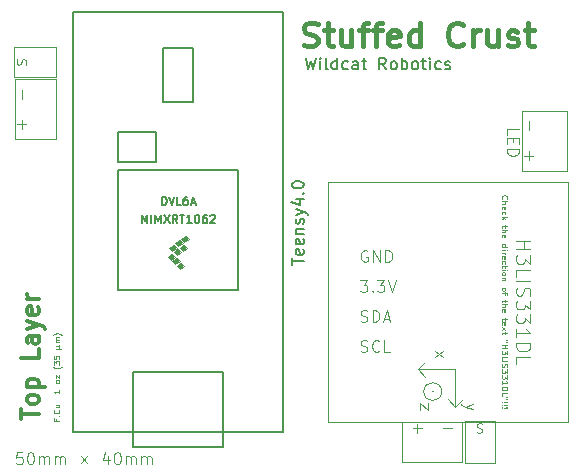
<source format=gto>
%TF.GenerationSoftware,KiCad,Pcbnew,9.0.7*%
%TF.CreationDate,2026-02-08T08:02:24-07:00*%
%TF.ProjectId,PCB_v1,5043425f-7631-42e6-9b69-6361645f7063,rev?*%
%TF.SameCoordinates,Original*%
%TF.FileFunction,Legend,Top*%
%TF.FilePolarity,Positive*%
%FSLAX46Y46*%
G04 Gerber Fmt 4.6, Leading zero omitted, Abs format (unit mm)*
G04 Created by KiCad (PCBNEW 9.0.7) date 2026-02-08 08:02:24*
%MOMM*%
%LPD*%
G01*
G04 APERTURE LIST*
%ADD10C,0.400000*%
%ADD11C,0.300000*%
%ADD12C,0.100000*%
%ADD13C,0.200000*%
%ADD14C,0.150000*%
%ADD15C,0.101600*%
G04 APERTURE END LIST*
D10*
X195144109Y-63979200D02*
X195429823Y-64074438D01*
X195429823Y-64074438D02*
X195906014Y-64074438D01*
X195906014Y-64074438D02*
X196096490Y-63979200D01*
X196096490Y-63979200D02*
X196191728Y-63883961D01*
X196191728Y-63883961D02*
X196286966Y-63693485D01*
X196286966Y-63693485D02*
X196286966Y-63503009D01*
X196286966Y-63503009D02*
X196191728Y-63312533D01*
X196191728Y-63312533D02*
X196096490Y-63217295D01*
X196096490Y-63217295D02*
X195906014Y-63122057D01*
X195906014Y-63122057D02*
X195525061Y-63026819D01*
X195525061Y-63026819D02*
X195334585Y-62931580D01*
X195334585Y-62931580D02*
X195239347Y-62836342D01*
X195239347Y-62836342D02*
X195144109Y-62645866D01*
X195144109Y-62645866D02*
X195144109Y-62455390D01*
X195144109Y-62455390D02*
X195239347Y-62264914D01*
X195239347Y-62264914D02*
X195334585Y-62169676D01*
X195334585Y-62169676D02*
X195525061Y-62074438D01*
X195525061Y-62074438D02*
X196001252Y-62074438D01*
X196001252Y-62074438D02*
X196286966Y-62169676D01*
X196858395Y-62741104D02*
X197620299Y-62741104D01*
X197144109Y-62074438D02*
X197144109Y-63788723D01*
X197144109Y-63788723D02*
X197239347Y-63979200D01*
X197239347Y-63979200D02*
X197429823Y-64074438D01*
X197429823Y-64074438D02*
X197620299Y-64074438D01*
X199144109Y-62741104D02*
X199144109Y-64074438D01*
X198286966Y-62741104D02*
X198286966Y-63788723D01*
X198286966Y-63788723D02*
X198382204Y-63979200D01*
X198382204Y-63979200D02*
X198572680Y-64074438D01*
X198572680Y-64074438D02*
X198858395Y-64074438D01*
X198858395Y-64074438D02*
X199048871Y-63979200D01*
X199048871Y-63979200D02*
X199144109Y-63883961D01*
X199810776Y-62741104D02*
X200572680Y-62741104D01*
X200096490Y-64074438D02*
X200096490Y-62360152D01*
X200096490Y-62360152D02*
X200191728Y-62169676D01*
X200191728Y-62169676D02*
X200382204Y-62074438D01*
X200382204Y-62074438D02*
X200572680Y-62074438D01*
X200953633Y-62741104D02*
X201715537Y-62741104D01*
X201239347Y-64074438D02*
X201239347Y-62360152D01*
X201239347Y-62360152D02*
X201334585Y-62169676D01*
X201334585Y-62169676D02*
X201525061Y-62074438D01*
X201525061Y-62074438D02*
X201715537Y-62074438D01*
X203144109Y-63979200D02*
X202953633Y-64074438D01*
X202953633Y-64074438D02*
X202572680Y-64074438D01*
X202572680Y-64074438D02*
X202382204Y-63979200D01*
X202382204Y-63979200D02*
X202286966Y-63788723D01*
X202286966Y-63788723D02*
X202286966Y-63026819D01*
X202286966Y-63026819D02*
X202382204Y-62836342D01*
X202382204Y-62836342D02*
X202572680Y-62741104D01*
X202572680Y-62741104D02*
X202953633Y-62741104D01*
X202953633Y-62741104D02*
X203144109Y-62836342D01*
X203144109Y-62836342D02*
X203239347Y-63026819D01*
X203239347Y-63026819D02*
X203239347Y-63217295D01*
X203239347Y-63217295D02*
X202286966Y-63407771D01*
X204953633Y-64074438D02*
X204953633Y-62074438D01*
X204953633Y-63979200D02*
X204763157Y-64074438D01*
X204763157Y-64074438D02*
X204382204Y-64074438D01*
X204382204Y-64074438D02*
X204191728Y-63979200D01*
X204191728Y-63979200D02*
X204096490Y-63883961D01*
X204096490Y-63883961D02*
X204001252Y-63693485D01*
X204001252Y-63693485D02*
X204001252Y-63122057D01*
X204001252Y-63122057D02*
X204096490Y-62931580D01*
X204096490Y-62931580D02*
X204191728Y-62836342D01*
X204191728Y-62836342D02*
X204382204Y-62741104D01*
X204382204Y-62741104D02*
X204763157Y-62741104D01*
X204763157Y-62741104D02*
X204953633Y-62836342D01*
X208572681Y-63883961D02*
X208477443Y-63979200D01*
X208477443Y-63979200D02*
X208191729Y-64074438D01*
X208191729Y-64074438D02*
X208001253Y-64074438D01*
X208001253Y-64074438D02*
X207715538Y-63979200D01*
X207715538Y-63979200D02*
X207525062Y-63788723D01*
X207525062Y-63788723D02*
X207429824Y-63598247D01*
X207429824Y-63598247D02*
X207334586Y-63217295D01*
X207334586Y-63217295D02*
X207334586Y-62931580D01*
X207334586Y-62931580D02*
X207429824Y-62550628D01*
X207429824Y-62550628D02*
X207525062Y-62360152D01*
X207525062Y-62360152D02*
X207715538Y-62169676D01*
X207715538Y-62169676D02*
X208001253Y-62074438D01*
X208001253Y-62074438D02*
X208191729Y-62074438D01*
X208191729Y-62074438D02*
X208477443Y-62169676D01*
X208477443Y-62169676D02*
X208572681Y-62264914D01*
X209429824Y-64074438D02*
X209429824Y-62741104D01*
X209429824Y-63122057D02*
X209525062Y-62931580D01*
X209525062Y-62931580D02*
X209620300Y-62836342D01*
X209620300Y-62836342D02*
X209810776Y-62741104D01*
X209810776Y-62741104D02*
X210001253Y-62741104D01*
X211525062Y-62741104D02*
X211525062Y-64074438D01*
X210667919Y-62741104D02*
X210667919Y-63788723D01*
X210667919Y-63788723D02*
X210763157Y-63979200D01*
X210763157Y-63979200D02*
X210953633Y-64074438D01*
X210953633Y-64074438D02*
X211239348Y-64074438D01*
X211239348Y-64074438D02*
X211429824Y-63979200D01*
X211429824Y-63979200D02*
X211525062Y-63883961D01*
X212382205Y-63979200D02*
X212572681Y-64074438D01*
X212572681Y-64074438D02*
X212953633Y-64074438D01*
X212953633Y-64074438D02*
X213144110Y-63979200D01*
X213144110Y-63979200D02*
X213239348Y-63788723D01*
X213239348Y-63788723D02*
X213239348Y-63693485D01*
X213239348Y-63693485D02*
X213144110Y-63503009D01*
X213144110Y-63503009D02*
X212953633Y-63407771D01*
X212953633Y-63407771D02*
X212667919Y-63407771D01*
X212667919Y-63407771D02*
X212477443Y-63312533D01*
X212477443Y-63312533D02*
X212382205Y-63122057D01*
X212382205Y-63122057D02*
X212382205Y-63026819D01*
X212382205Y-63026819D02*
X212477443Y-62836342D01*
X212477443Y-62836342D02*
X212667919Y-62741104D01*
X212667919Y-62741104D02*
X212953633Y-62741104D01*
X212953633Y-62741104D02*
X213144110Y-62836342D01*
X213810777Y-62741104D02*
X214572681Y-62741104D01*
X214096491Y-62074438D02*
X214096491Y-63788723D01*
X214096491Y-63788723D02*
X214191729Y-63979200D01*
X214191729Y-63979200D02*
X214382205Y-64074438D01*
X214382205Y-64074438D02*
X214572681Y-64074438D01*
D11*
X171178328Y-95659774D02*
X171178328Y-94802632D01*
X172678328Y-95231203D02*
X171178328Y-95231203D01*
X172678328Y-94088346D02*
X172606900Y-94231203D01*
X172606900Y-94231203D02*
X172535471Y-94302632D01*
X172535471Y-94302632D02*
X172392614Y-94374060D01*
X172392614Y-94374060D02*
X171964042Y-94374060D01*
X171964042Y-94374060D02*
X171821185Y-94302632D01*
X171821185Y-94302632D02*
X171749757Y-94231203D01*
X171749757Y-94231203D02*
X171678328Y-94088346D01*
X171678328Y-94088346D02*
X171678328Y-93874060D01*
X171678328Y-93874060D02*
X171749757Y-93731203D01*
X171749757Y-93731203D02*
X171821185Y-93659775D01*
X171821185Y-93659775D02*
X171964042Y-93588346D01*
X171964042Y-93588346D02*
X172392614Y-93588346D01*
X172392614Y-93588346D02*
X172535471Y-93659775D01*
X172535471Y-93659775D02*
X172606900Y-93731203D01*
X172606900Y-93731203D02*
X172678328Y-93874060D01*
X172678328Y-93874060D02*
X172678328Y-94088346D01*
X171678328Y-92945489D02*
X173178328Y-92945489D01*
X171749757Y-92945489D02*
X171678328Y-92802632D01*
X171678328Y-92802632D02*
X171678328Y-92516917D01*
X171678328Y-92516917D02*
X171749757Y-92374060D01*
X171749757Y-92374060D02*
X171821185Y-92302632D01*
X171821185Y-92302632D02*
X171964042Y-92231203D01*
X171964042Y-92231203D02*
X172392614Y-92231203D01*
X172392614Y-92231203D02*
X172535471Y-92302632D01*
X172535471Y-92302632D02*
X172606900Y-92374060D01*
X172606900Y-92374060D02*
X172678328Y-92516917D01*
X172678328Y-92516917D02*
X172678328Y-92802632D01*
X172678328Y-92802632D02*
X172606900Y-92945489D01*
X172678328Y-89731203D02*
X172678328Y-90445489D01*
X172678328Y-90445489D02*
X171178328Y-90445489D01*
X172678328Y-88588346D02*
X171892614Y-88588346D01*
X171892614Y-88588346D02*
X171749757Y-88659774D01*
X171749757Y-88659774D02*
X171678328Y-88802631D01*
X171678328Y-88802631D02*
X171678328Y-89088346D01*
X171678328Y-89088346D02*
X171749757Y-89231203D01*
X172606900Y-88588346D02*
X172678328Y-88731203D01*
X172678328Y-88731203D02*
X172678328Y-89088346D01*
X172678328Y-89088346D02*
X172606900Y-89231203D01*
X172606900Y-89231203D02*
X172464042Y-89302631D01*
X172464042Y-89302631D02*
X172321185Y-89302631D01*
X172321185Y-89302631D02*
X172178328Y-89231203D01*
X172178328Y-89231203D02*
X172106900Y-89088346D01*
X172106900Y-89088346D02*
X172106900Y-88731203D01*
X172106900Y-88731203D02*
X172035471Y-88588346D01*
X171678328Y-88016917D02*
X172678328Y-87659774D01*
X171678328Y-87302631D02*
X172678328Y-87659774D01*
X172678328Y-87659774D02*
X173035471Y-87802631D01*
X173035471Y-87802631D02*
X173106900Y-87874060D01*
X173106900Y-87874060D02*
X173178328Y-88016917D01*
X172606900Y-86159774D02*
X172678328Y-86302631D01*
X172678328Y-86302631D02*
X172678328Y-86588346D01*
X172678328Y-86588346D02*
X172606900Y-86731203D01*
X172606900Y-86731203D02*
X172464042Y-86802631D01*
X172464042Y-86802631D02*
X171892614Y-86802631D01*
X171892614Y-86802631D02*
X171749757Y-86731203D01*
X171749757Y-86731203D02*
X171678328Y-86588346D01*
X171678328Y-86588346D02*
X171678328Y-86302631D01*
X171678328Y-86302631D02*
X171749757Y-86159774D01*
X171749757Y-86159774D02*
X171892614Y-86088346D01*
X171892614Y-86088346D02*
X172035471Y-86088346D01*
X172035471Y-86088346D02*
X172178328Y-86802631D01*
X172678328Y-85445489D02*
X171678328Y-85445489D01*
X171964042Y-85445489D02*
X171821185Y-85374060D01*
X171821185Y-85374060D02*
X171749757Y-85302632D01*
X171749757Y-85302632D02*
X171678328Y-85159774D01*
X171678328Y-85159774D02*
X171678328Y-85016917D01*
D12*
X174171704Y-95648496D02*
X174171704Y-95815163D01*
X174433609Y-95815163D02*
X173933609Y-95815163D01*
X173933609Y-95815163D02*
X173933609Y-95577068D01*
X174385990Y-95386592D02*
X174409800Y-95362782D01*
X174409800Y-95362782D02*
X174433609Y-95386592D01*
X174433609Y-95386592D02*
X174409800Y-95410401D01*
X174409800Y-95410401D02*
X174385990Y-95386592D01*
X174385990Y-95386592D02*
X174433609Y-95386592D01*
X174385990Y-94862783D02*
X174409800Y-94886592D01*
X174409800Y-94886592D02*
X174433609Y-94958021D01*
X174433609Y-94958021D02*
X174433609Y-95005640D01*
X174433609Y-95005640D02*
X174409800Y-95077068D01*
X174409800Y-95077068D02*
X174362180Y-95124687D01*
X174362180Y-95124687D02*
X174314561Y-95148497D01*
X174314561Y-95148497D02*
X174219323Y-95172306D01*
X174219323Y-95172306D02*
X174147895Y-95172306D01*
X174147895Y-95172306D02*
X174052657Y-95148497D01*
X174052657Y-95148497D02*
X174005038Y-95124687D01*
X174005038Y-95124687D02*
X173957419Y-95077068D01*
X173957419Y-95077068D02*
X173933609Y-95005640D01*
X173933609Y-95005640D02*
X173933609Y-94958021D01*
X173933609Y-94958021D02*
X173957419Y-94886592D01*
X173957419Y-94886592D02*
X173981228Y-94862783D01*
X174100276Y-94434211D02*
X174433609Y-94434211D01*
X174100276Y-94648497D02*
X174362180Y-94648497D01*
X174362180Y-94648497D02*
X174409800Y-94624687D01*
X174409800Y-94624687D02*
X174433609Y-94577068D01*
X174433609Y-94577068D02*
X174433609Y-94505640D01*
X174433609Y-94505640D02*
X174409800Y-94458021D01*
X174409800Y-94458021D02*
X174385990Y-94434211D01*
X174433609Y-93172307D02*
X174433609Y-93458021D01*
X174433609Y-93315164D02*
X173933609Y-93315164D01*
X173933609Y-93315164D02*
X174005038Y-93362783D01*
X174005038Y-93362783D02*
X174052657Y-93410402D01*
X174052657Y-93410402D02*
X174076466Y-93458021D01*
X174433609Y-92505641D02*
X174409800Y-92553260D01*
X174409800Y-92553260D02*
X174385990Y-92577070D01*
X174385990Y-92577070D02*
X174338371Y-92600879D01*
X174338371Y-92600879D02*
X174195514Y-92600879D01*
X174195514Y-92600879D02*
X174147895Y-92577070D01*
X174147895Y-92577070D02*
X174124085Y-92553260D01*
X174124085Y-92553260D02*
X174100276Y-92505641D01*
X174100276Y-92505641D02*
X174100276Y-92434213D01*
X174100276Y-92434213D02*
X174124085Y-92386594D01*
X174124085Y-92386594D02*
X174147895Y-92362784D01*
X174147895Y-92362784D02*
X174195514Y-92338975D01*
X174195514Y-92338975D02*
X174338371Y-92338975D01*
X174338371Y-92338975D02*
X174385990Y-92362784D01*
X174385990Y-92362784D02*
X174409800Y-92386594D01*
X174409800Y-92386594D02*
X174433609Y-92434213D01*
X174433609Y-92434213D02*
X174433609Y-92505641D01*
X174100276Y-92172308D02*
X174100276Y-91910403D01*
X174100276Y-91910403D02*
X174433609Y-92172308D01*
X174433609Y-92172308D02*
X174433609Y-91910403D01*
X174624085Y-91196118D02*
X174600276Y-91219927D01*
X174600276Y-91219927D02*
X174528847Y-91267546D01*
X174528847Y-91267546D02*
X174481228Y-91291356D01*
X174481228Y-91291356D02*
X174409800Y-91315165D01*
X174409800Y-91315165D02*
X174290752Y-91338975D01*
X174290752Y-91338975D02*
X174195514Y-91338975D01*
X174195514Y-91338975D02*
X174076466Y-91315165D01*
X174076466Y-91315165D02*
X174005038Y-91291356D01*
X174005038Y-91291356D02*
X173957419Y-91267546D01*
X173957419Y-91267546D02*
X173885990Y-91219927D01*
X173885990Y-91219927D02*
X173862180Y-91196118D01*
X173933609Y-91053261D02*
X173933609Y-90743737D01*
X173933609Y-90743737D02*
X174124085Y-90910404D01*
X174124085Y-90910404D02*
X174124085Y-90838975D01*
X174124085Y-90838975D02*
X174147895Y-90791356D01*
X174147895Y-90791356D02*
X174171704Y-90767547D01*
X174171704Y-90767547D02*
X174219323Y-90743737D01*
X174219323Y-90743737D02*
X174338371Y-90743737D01*
X174338371Y-90743737D02*
X174385990Y-90767547D01*
X174385990Y-90767547D02*
X174409800Y-90791356D01*
X174409800Y-90791356D02*
X174433609Y-90838975D01*
X174433609Y-90838975D02*
X174433609Y-90981832D01*
X174433609Y-90981832D02*
X174409800Y-91029451D01*
X174409800Y-91029451D02*
X174385990Y-91053261D01*
X173933609Y-90291357D02*
X173933609Y-90529452D01*
X173933609Y-90529452D02*
X174171704Y-90553261D01*
X174171704Y-90553261D02*
X174147895Y-90529452D01*
X174147895Y-90529452D02*
X174124085Y-90481833D01*
X174124085Y-90481833D02*
X174124085Y-90362785D01*
X174124085Y-90362785D02*
X174147895Y-90315166D01*
X174147895Y-90315166D02*
X174171704Y-90291357D01*
X174171704Y-90291357D02*
X174219323Y-90267547D01*
X174219323Y-90267547D02*
X174338371Y-90267547D01*
X174338371Y-90267547D02*
X174385990Y-90291357D01*
X174385990Y-90291357D02*
X174409800Y-90315166D01*
X174409800Y-90315166D02*
X174433609Y-90362785D01*
X174433609Y-90362785D02*
X174433609Y-90481833D01*
X174433609Y-90481833D02*
X174409800Y-90529452D01*
X174409800Y-90529452D02*
X174385990Y-90553261D01*
X174100276Y-89672310D02*
X174600276Y-89672310D01*
X174362180Y-89434215D02*
X174409800Y-89410405D01*
X174409800Y-89410405D02*
X174433609Y-89362786D01*
X174362180Y-89672310D02*
X174409800Y-89648500D01*
X174409800Y-89648500D02*
X174433609Y-89600881D01*
X174433609Y-89600881D02*
X174433609Y-89505643D01*
X174433609Y-89505643D02*
X174409800Y-89458024D01*
X174409800Y-89458024D02*
X174362180Y-89434215D01*
X174362180Y-89434215D02*
X174100276Y-89434215D01*
X174433609Y-89148500D02*
X174100276Y-89148500D01*
X174147895Y-89148500D02*
X174124085Y-89124690D01*
X174124085Y-89124690D02*
X174100276Y-89077071D01*
X174100276Y-89077071D02*
X174100276Y-89005643D01*
X174100276Y-89005643D02*
X174124085Y-88958024D01*
X174124085Y-88958024D02*
X174171704Y-88934214D01*
X174171704Y-88934214D02*
X174433609Y-88934214D01*
X174171704Y-88934214D02*
X174124085Y-88910405D01*
X174124085Y-88910405D02*
X174100276Y-88862786D01*
X174100276Y-88862786D02*
X174100276Y-88791357D01*
X174100276Y-88791357D02*
X174124085Y-88743738D01*
X174124085Y-88743738D02*
X174171704Y-88719928D01*
X174171704Y-88719928D02*
X174433609Y-88719928D01*
X174624085Y-88529452D02*
X174600276Y-88505642D01*
X174600276Y-88505642D02*
X174528847Y-88458023D01*
X174528847Y-88458023D02*
X174481228Y-88434214D01*
X174481228Y-88434214D02*
X174409800Y-88410404D01*
X174409800Y-88410404D02*
X174290752Y-88386595D01*
X174290752Y-88386595D02*
X174195514Y-88386595D01*
X174195514Y-88386595D02*
X174076466Y-88410404D01*
X174076466Y-88410404D02*
X174005038Y-88434214D01*
X174005038Y-88434214D02*
X173957419Y-88458023D01*
X173957419Y-88458023D02*
X173885990Y-88505642D01*
X173885990Y-88505642D02*
X173862180Y-88529452D01*
X212342580Y-71557142D02*
X212342580Y-71080952D01*
X212342580Y-71080952D02*
X213342580Y-71080952D01*
X212866390Y-71890476D02*
X212866390Y-72223809D01*
X212342580Y-72366666D02*
X212342580Y-71890476D01*
X212342580Y-71890476D02*
X213342580Y-71890476D01*
X213342580Y-71890476D02*
X213342580Y-72366666D01*
X212342580Y-72795238D02*
X213342580Y-72795238D01*
X213342580Y-72795238D02*
X213342580Y-73033333D01*
X213342580Y-73033333D02*
X213294961Y-73176190D01*
X213294961Y-73176190D02*
X213199723Y-73271428D01*
X213199723Y-73271428D02*
X213104485Y-73319047D01*
X213104485Y-73319047D02*
X212914009Y-73366666D01*
X212914009Y-73366666D02*
X212771152Y-73366666D01*
X212771152Y-73366666D02*
X212580676Y-73319047D01*
X212580676Y-73319047D02*
X212485438Y-73271428D01*
X212485438Y-73271428D02*
X212390200Y-73176190D01*
X212390200Y-73176190D02*
X212342580Y-73033333D01*
X212342580Y-73033333D02*
X212342580Y-72795238D01*
X171280074Y-98457419D02*
X170803884Y-98457419D01*
X170803884Y-98457419D02*
X170756265Y-98933609D01*
X170756265Y-98933609D02*
X170803884Y-98885990D01*
X170803884Y-98885990D02*
X170899122Y-98838371D01*
X170899122Y-98838371D02*
X171137217Y-98838371D01*
X171137217Y-98838371D02*
X171232455Y-98885990D01*
X171232455Y-98885990D02*
X171280074Y-98933609D01*
X171280074Y-98933609D02*
X171327693Y-99028847D01*
X171327693Y-99028847D02*
X171327693Y-99266942D01*
X171327693Y-99266942D02*
X171280074Y-99362180D01*
X171280074Y-99362180D02*
X171232455Y-99409800D01*
X171232455Y-99409800D02*
X171137217Y-99457419D01*
X171137217Y-99457419D02*
X170899122Y-99457419D01*
X170899122Y-99457419D02*
X170803884Y-99409800D01*
X170803884Y-99409800D02*
X170756265Y-99362180D01*
X171946741Y-98457419D02*
X172041979Y-98457419D01*
X172041979Y-98457419D02*
X172137217Y-98505038D01*
X172137217Y-98505038D02*
X172184836Y-98552657D01*
X172184836Y-98552657D02*
X172232455Y-98647895D01*
X172232455Y-98647895D02*
X172280074Y-98838371D01*
X172280074Y-98838371D02*
X172280074Y-99076466D01*
X172280074Y-99076466D02*
X172232455Y-99266942D01*
X172232455Y-99266942D02*
X172184836Y-99362180D01*
X172184836Y-99362180D02*
X172137217Y-99409800D01*
X172137217Y-99409800D02*
X172041979Y-99457419D01*
X172041979Y-99457419D02*
X171946741Y-99457419D01*
X171946741Y-99457419D02*
X171851503Y-99409800D01*
X171851503Y-99409800D02*
X171803884Y-99362180D01*
X171803884Y-99362180D02*
X171756265Y-99266942D01*
X171756265Y-99266942D02*
X171708646Y-99076466D01*
X171708646Y-99076466D02*
X171708646Y-98838371D01*
X171708646Y-98838371D02*
X171756265Y-98647895D01*
X171756265Y-98647895D02*
X171803884Y-98552657D01*
X171803884Y-98552657D02*
X171851503Y-98505038D01*
X171851503Y-98505038D02*
X171946741Y-98457419D01*
X172708646Y-99457419D02*
X172708646Y-98790752D01*
X172708646Y-98885990D02*
X172756265Y-98838371D01*
X172756265Y-98838371D02*
X172851503Y-98790752D01*
X172851503Y-98790752D02*
X172994360Y-98790752D01*
X172994360Y-98790752D02*
X173089598Y-98838371D01*
X173089598Y-98838371D02*
X173137217Y-98933609D01*
X173137217Y-98933609D02*
X173137217Y-99457419D01*
X173137217Y-98933609D02*
X173184836Y-98838371D01*
X173184836Y-98838371D02*
X173280074Y-98790752D01*
X173280074Y-98790752D02*
X173422931Y-98790752D01*
X173422931Y-98790752D02*
X173518170Y-98838371D01*
X173518170Y-98838371D02*
X173565789Y-98933609D01*
X173565789Y-98933609D02*
X173565789Y-99457419D01*
X174041979Y-99457419D02*
X174041979Y-98790752D01*
X174041979Y-98885990D02*
X174089598Y-98838371D01*
X174089598Y-98838371D02*
X174184836Y-98790752D01*
X174184836Y-98790752D02*
X174327693Y-98790752D01*
X174327693Y-98790752D02*
X174422931Y-98838371D01*
X174422931Y-98838371D02*
X174470550Y-98933609D01*
X174470550Y-98933609D02*
X174470550Y-99457419D01*
X174470550Y-98933609D02*
X174518169Y-98838371D01*
X174518169Y-98838371D02*
X174613407Y-98790752D01*
X174613407Y-98790752D02*
X174756264Y-98790752D01*
X174756264Y-98790752D02*
X174851503Y-98838371D01*
X174851503Y-98838371D02*
X174899122Y-98933609D01*
X174899122Y-98933609D02*
X174899122Y-99457419D01*
X176232455Y-98790752D02*
X176803883Y-99362180D01*
X176803883Y-98790752D02*
X176232455Y-99362180D01*
X178565788Y-98790752D02*
X178565788Y-99457419D01*
X178327693Y-98409800D02*
X178089598Y-99124085D01*
X178089598Y-99124085D02*
X178708645Y-99124085D01*
X179280074Y-98457419D02*
X179375312Y-98457419D01*
X179375312Y-98457419D02*
X179470550Y-98505038D01*
X179470550Y-98505038D02*
X179518169Y-98552657D01*
X179518169Y-98552657D02*
X179565788Y-98647895D01*
X179565788Y-98647895D02*
X179613407Y-98838371D01*
X179613407Y-98838371D02*
X179613407Y-99076466D01*
X179613407Y-99076466D02*
X179565788Y-99266942D01*
X179565788Y-99266942D02*
X179518169Y-99362180D01*
X179518169Y-99362180D02*
X179470550Y-99409800D01*
X179470550Y-99409800D02*
X179375312Y-99457419D01*
X179375312Y-99457419D02*
X179280074Y-99457419D01*
X179280074Y-99457419D02*
X179184836Y-99409800D01*
X179184836Y-99409800D02*
X179137217Y-99362180D01*
X179137217Y-99362180D02*
X179089598Y-99266942D01*
X179089598Y-99266942D02*
X179041979Y-99076466D01*
X179041979Y-99076466D02*
X179041979Y-98838371D01*
X179041979Y-98838371D02*
X179089598Y-98647895D01*
X179089598Y-98647895D02*
X179137217Y-98552657D01*
X179137217Y-98552657D02*
X179184836Y-98505038D01*
X179184836Y-98505038D02*
X179280074Y-98457419D01*
X180041979Y-99457419D02*
X180041979Y-98790752D01*
X180041979Y-98885990D02*
X180089598Y-98838371D01*
X180089598Y-98838371D02*
X180184836Y-98790752D01*
X180184836Y-98790752D02*
X180327693Y-98790752D01*
X180327693Y-98790752D02*
X180422931Y-98838371D01*
X180422931Y-98838371D02*
X180470550Y-98933609D01*
X180470550Y-98933609D02*
X180470550Y-99457419D01*
X180470550Y-98933609D02*
X180518169Y-98838371D01*
X180518169Y-98838371D02*
X180613407Y-98790752D01*
X180613407Y-98790752D02*
X180756264Y-98790752D01*
X180756264Y-98790752D02*
X180851503Y-98838371D01*
X180851503Y-98838371D02*
X180899122Y-98933609D01*
X180899122Y-98933609D02*
X180899122Y-99457419D01*
X181375312Y-99457419D02*
X181375312Y-98790752D01*
X181375312Y-98885990D02*
X181422931Y-98838371D01*
X181422931Y-98838371D02*
X181518169Y-98790752D01*
X181518169Y-98790752D02*
X181661026Y-98790752D01*
X181661026Y-98790752D02*
X181756264Y-98838371D01*
X181756264Y-98838371D02*
X181803883Y-98933609D01*
X181803883Y-98933609D02*
X181803883Y-99457419D01*
X181803883Y-98933609D02*
X181851502Y-98838371D01*
X181851502Y-98838371D02*
X181946740Y-98790752D01*
X181946740Y-98790752D02*
X182089597Y-98790752D01*
X182089597Y-98790752D02*
X182184836Y-98838371D01*
X182184836Y-98838371D02*
X182232455Y-98933609D01*
X182232455Y-98933609D02*
X182232455Y-99457419D01*
D13*
X195274435Y-65037219D02*
X195512530Y-66037219D01*
X195512530Y-66037219D02*
X195703006Y-65322933D01*
X195703006Y-65322933D02*
X195893482Y-66037219D01*
X195893482Y-66037219D02*
X196131578Y-65037219D01*
X196512530Y-66037219D02*
X196512530Y-65370552D01*
X196512530Y-65037219D02*
X196464911Y-65084838D01*
X196464911Y-65084838D02*
X196512530Y-65132457D01*
X196512530Y-65132457D02*
X196560149Y-65084838D01*
X196560149Y-65084838D02*
X196512530Y-65037219D01*
X196512530Y-65037219D02*
X196512530Y-65132457D01*
X197131577Y-66037219D02*
X197036339Y-65989600D01*
X197036339Y-65989600D02*
X196988720Y-65894361D01*
X196988720Y-65894361D02*
X196988720Y-65037219D01*
X197941101Y-66037219D02*
X197941101Y-65037219D01*
X197941101Y-65989600D02*
X197845863Y-66037219D01*
X197845863Y-66037219D02*
X197655387Y-66037219D01*
X197655387Y-66037219D02*
X197560149Y-65989600D01*
X197560149Y-65989600D02*
X197512530Y-65941980D01*
X197512530Y-65941980D02*
X197464911Y-65846742D01*
X197464911Y-65846742D02*
X197464911Y-65561028D01*
X197464911Y-65561028D02*
X197512530Y-65465790D01*
X197512530Y-65465790D02*
X197560149Y-65418171D01*
X197560149Y-65418171D02*
X197655387Y-65370552D01*
X197655387Y-65370552D02*
X197845863Y-65370552D01*
X197845863Y-65370552D02*
X197941101Y-65418171D01*
X198845863Y-65989600D02*
X198750625Y-66037219D01*
X198750625Y-66037219D02*
X198560149Y-66037219D01*
X198560149Y-66037219D02*
X198464911Y-65989600D01*
X198464911Y-65989600D02*
X198417292Y-65941980D01*
X198417292Y-65941980D02*
X198369673Y-65846742D01*
X198369673Y-65846742D02*
X198369673Y-65561028D01*
X198369673Y-65561028D02*
X198417292Y-65465790D01*
X198417292Y-65465790D02*
X198464911Y-65418171D01*
X198464911Y-65418171D02*
X198560149Y-65370552D01*
X198560149Y-65370552D02*
X198750625Y-65370552D01*
X198750625Y-65370552D02*
X198845863Y-65418171D01*
X199703006Y-66037219D02*
X199703006Y-65513409D01*
X199703006Y-65513409D02*
X199655387Y-65418171D01*
X199655387Y-65418171D02*
X199560149Y-65370552D01*
X199560149Y-65370552D02*
X199369673Y-65370552D01*
X199369673Y-65370552D02*
X199274435Y-65418171D01*
X199703006Y-65989600D02*
X199607768Y-66037219D01*
X199607768Y-66037219D02*
X199369673Y-66037219D01*
X199369673Y-66037219D02*
X199274435Y-65989600D01*
X199274435Y-65989600D02*
X199226816Y-65894361D01*
X199226816Y-65894361D02*
X199226816Y-65799123D01*
X199226816Y-65799123D02*
X199274435Y-65703885D01*
X199274435Y-65703885D02*
X199369673Y-65656266D01*
X199369673Y-65656266D02*
X199607768Y-65656266D01*
X199607768Y-65656266D02*
X199703006Y-65608647D01*
X200036340Y-65370552D02*
X200417292Y-65370552D01*
X200179197Y-65037219D02*
X200179197Y-65894361D01*
X200179197Y-65894361D02*
X200226816Y-65989600D01*
X200226816Y-65989600D02*
X200322054Y-66037219D01*
X200322054Y-66037219D02*
X200417292Y-66037219D01*
X202083959Y-66037219D02*
X201750626Y-65561028D01*
X201512531Y-66037219D02*
X201512531Y-65037219D01*
X201512531Y-65037219D02*
X201893483Y-65037219D01*
X201893483Y-65037219D02*
X201988721Y-65084838D01*
X201988721Y-65084838D02*
X202036340Y-65132457D01*
X202036340Y-65132457D02*
X202083959Y-65227695D01*
X202083959Y-65227695D02*
X202083959Y-65370552D01*
X202083959Y-65370552D02*
X202036340Y-65465790D01*
X202036340Y-65465790D02*
X201988721Y-65513409D01*
X201988721Y-65513409D02*
X201893483Y-65561028D01*
X201893483Y-65561028D02*
X201512531Y-65561028D01*
X202655388Y-66037219D02*
X202560150Y-65989600D01*
X202560150Y-65989600D02*
X202512531Y-65941980D01*
X202512531Y-65941980D02*
X202464912Y-65846742D01*
X202464912Y-65846742D02*
X202464912Y-65561028D01*
X202464912Y-65561028D02*
X202512531Y-65465790D01*
X202512531Y-65465790D02*
X202560150Y-65418171D01*
X202560150Y-65418171D02*
X202655388Y-65370552D01*
X202655388Y-65370552D02*
X202798245Y-65370552D01*
X202798245Y-65370552D02*
X202893483Y-65418171D01*
X202893483Y-65418171D02*
X202941102Y-65465790D01*
X202941102Y-65465790D02*
X202988721Y-65561028D01*
X202988721Y-65561028D02*
X202988721Y-65846742D01*
X202988721Y-65846742D02*
X202941102Y-65941980D01*
X202941102Y-65941980D02*
X202893483Y-65989600D01*
X202893483Y-65989600D02*
X202798245Y-66037219D01*
X202798245Y-66037219D02*
X202655388Y-66037219D01*
X203417293Y-66037219D02*
X203417293Y-65037219D01*
X203417293Y-65418171D02*
X203512531Y-65370552D01*
X203512531Y-65370552D02*
X203703007Y-65370552D01*
X203703007Y-65370552D02*
X203798245Y-65418171D01*
X203798245Y-65418171D02*
X203845864Y-65465790D01*
X203845864Y-65465790D02*
X203893483Y-65561028D01*
X203893483Y-65561028D02*
X203893483Y-65846742D01*
X203893483Y-65846742D02*
X203845864Y-65941980D01*
X203845864Y-65941980D02*
X203798245Y-65989600D01*
X203798245Y-65989600D02*
X203703007Y-66037219D01*
X203703007Y-66037219D02*
X203512531Y-66037219D01*
X203512531Y-66037219D02*
X203417293Y-65989600D01*
X204464912Y-66037219D02*
X204369674Y-65989600D01*
X204369674Y-65989600D02*
X204322055Y-65941980D01*
X204322055Y-65941980D02*
X204274436Y-65846742D01*
X204274436Y-65846742D02*
X204274436Y-65561028D01*
X204274436Y-65561028D02*
X204322055Y-65465790D01*
X204322055Y-65465790D02*
X204369674Y-65418171D01*
X204369674Y-65418171D02*
X204464912Y-65370552D01*
X204464912Y-65370552D02*
X204607769Y-65370552D01*
X204607769Y-65370552D02*
X204703007Y-65418171D01*
X204703007Y-65418171D02*
X204750626Y-65465790D01*
X204750626Y-65465790D02*
X204798245Y-65561028D01*
X204798245Y-65561028D02*
X204798245Y-65846742D01*
X204798245Y-65846742D02*
X204750626Y-65941980D01*
X204750626Y-65941980D02*
X204703007Y-65989600D01*
X204703007Y-65989600D02*
X204607769Y-66037219D01*
X204607769Y-66037219D02*
X204464912Y-66037219D01*
X205083960Y-65370552D02*
X205464912Y-65370552D01*
X205226817Y-65037219D02*
X205226817Y-65894361D01*
X205226817Y-65894361D02*
X205274436Y-65989600D01*
X205274436Y-65989600D02*
X205369674Y-66037219D01*
X205369674Y-66037219D02*
X205464912Y-66037219D01*
X205798246Y-66037219D02*
X205798246Y-65370552D01*
X205798246Y-65037219D02*
X205750627Y-65084838D01*
X205750627Y-65084838D02*
X205798246Y-65132457D01*
X205798246Y-65132457D02*
X205845865Y-65084838D01*
X205845865Y-65084838D02*
X205798246Y-65037219D01*
X205798246Y-65037219D02*
X205798246Y-65132457D01*
X206703007Y-65989600D02*
X206607769Y-66037219D01*
X206607769Y-66037219D02*
X206417293Y-66037219D01*
X206417293Y-66037219D02*
X206322055Y-65989600D01*
X206322055Y-65989600D02*
X206274436Y-65941980D01*
X206274436Y-65941980D02*
X206226817Y-65846742D01*
X206226817Y-65846742D02*
X206226817Y-65561028D01*
X206226817Y-65561028D02*
X206274436Y-65465790D01*
X206274436Y-65465790D02*
X206322055Y-65418171D01*
X206322055Y-65418171D02*
X206417293Y-65370552D01*
X206417293Y-65370552D02*
X206607769Y-65370552D01*
X206607769Y-65370552D02*
X206703007Y-65418171D01*
X207083960Y-65989600D02*
X207179198Y-66037219D01*
X207179198Y-66037219D02*
X207369674Y-66037219D01*
X207369674Y-66037219D02*
X207464912Y-65989600D01*
X207464912Y-65989600D02*
X207512531Y-65894361D01*
X207512531Y-65894361D02*
X207512531Y-65846742D01*
X207512531Y-65846742D02*
X207464912Y-65751504D01*
X207464912Y-65751504D02*
X207369674Y-65703885D01*
X207369674Y-65703885D02*
X207226817Y-65703885D01*
X207226817Y-65703885D02*
X207131579Y-65656266D01*
X207131579Y-65656266D02*
X207083960Y-65561028D01*
X207083960Y-65561028D02*
X207083960Y-65513409D01*
X207083960Y-65513409D02*
X207131579Y-65418171D01*
X207131579Y-65418171D02*
X207226817Y-65370552D01*
X207226817Y-65370552D02*
X207369674Y-65370552D01*
X207369674Y-65370552D02*
X207464912Y-65418171D01*
D12*
X210228571Y-96043200D02*
X210114285Y-96005104D01*
X210114285Y-96005104D02*
X209923809Y-96005104D01*
X209923809Y-96005104D02*
X209847618Y-96043200D01*
X209847618Y-96043200D02*
X209809523Y-96081295D01*
X209809523Y-96081295D02*
X209771428Y-96157485D01*
X209771428Y-96157485D02*
X209771428Y-96233676D01*
X209771428Y-96233676D02*
X209809523Y-96309866D01*
X209809523Y-96309866D02*
X209847618Y-96347961D01*
X209847618Y-96347961D02*
X209923809Y-96386057D01*
X209923809Y-96386057D02*
X210076190Y-96424152D01*
X210076190Y-96424152D02*
X210152380Y-96462247D01*
X210152380Y-96462247D02*
X210190475Y-96500342D01*
X210190475Y-96500342D02*
X210228571Y-96576533D01*
X210228571Y-96576533D02*
X210228571Y-96652723D01*
X210228571Y-96652723D02*
X210190475Y-96728914D01*
X210190475Y-96728914D02*
X210152380Y-96767009D01*
X210152380Y-96767009D02*
X210076190Y-96805104D01*
X210076190Y-96805104D02*
X209885713Y-96805104D01*
X209885713Y-96805104D02*
X209771428Y-96767009D01*
X207650951Y-96444033D02*
X206889047Y-96444033D01*
X205110951Y-96444033D02*
X204349047Y-96444033D01*
X204729999Y-96063080D02*
X204729999Y-96824985D01*
X170843200Y-65171428D02*
X170805104Y-65285714D01*
X170805104Y-65285714D02*
X170805104Y-65476190D01*
X170805104Y-65476190D02*
X170843200Y-65552381D01*
X170843200Y-65552381D02*
X170881295Y-65590476D01*
X170881295Y-65590476D02*
X170957485Y-65628571D01*
X170957485Y-65628571D02*
X171033676Y-65628571D01*
X171033676Y-65628571D02*
X171109866Y-65590476D01*
X171109866Y-65590476D02*
X171147961Y-65552381D01*
X171147961Y-65552381D02*
X171186057Y-65476190D01*
X171186057Y-65476190D02*
X171224152Y-65323809D01*
X171224152Y-65323809D02*
X171262247Y-65247619D01*
X171262247Y-65247619D02*
X171300342Y-65209524D01*
X171300342Y-65209524D02*
X171376533Y-65171428D01*
X171376533Y-65171428D02*
X171452723Y-65171428D01*
X171452723Y-65171428D02*
X171528914Y-65209524D01*
X171528914Y-65209524D02*
X171567009Y-65247619D01*
X171567009Y-65247619D02*
X171605104Y-65323809D01*
X171605104Y-65323809D02*
X171605104Y-65514286D01*
X171605104Y-65514286D02*
X171567009Y-65628571D01*
D14*
X194114819Y-82571428D02*
X194114819Y-82000000D01*
X195114819Y-82285714D02*
X194114819Y-82285714D01*
X195067200Y-81285714D02*
X195114819Y-81380952D01*
X195114819Y-81380952D02*
X195114819Y-81571428D01*
X195114819Y-81571428D02*
X195067200Y-81666666D01*
X195067200Y-81666666D02*
X194971961Y-81714285D01*
X194971961Y-81714285D02*
X194591009Y-81714285D01*
X194591009Y-81714285D02*
X194495771Y-81666666D01*
X194495771Y-81666666D02*
X194448152Y-81571428D01*
X194448152Y-81571428D02*
X194448152Y-81380952D01*
X194448152Y-81380952D02*
X194495771Y-81285714D01*
X194495771Y-81285714D02*
X194591009Y-81238095D01*
X194591009Y-81238095D02*
X194686247Y-81238095D01*
X194686247Y-81238095D02*
X194781485Y-81714285D01*
X195067200Y-80428571D02*
X195114819Y-80523809D01*
X195114819Y-80523809D02*
X195114819Y-80714285D01*
X195114819Y-80714285D02*
X195067200Y-80809523D01*
X195067200Y-80809523D02*
X194971961Y-80857142D01*
X194971961Y-80857142D02*
X194591009Y-80857142D01*
X194591009Y-80857142D02*
X194495771Y-80809523D01*
X194495771Y-80809523D02*
X194448152Y-80714285D01*
X194448152Y-80714285D02*
X194448152Y-80523809D01*
X194448152Y-80523809D02*
X194495771Y-80428571D01*
X194495771Y-80428571D02*
X194591009Y-80380952D01*
X194591009Y-80380952D02*
X194686247Y-80380952D01*
X194686247Y-80380952D02*
X194781485Y-80857142D01*
X194448152Y-79952380D02*
X195114819Y-79952380D01*
X194543390Y-79952380D02*
X194495771Y-79904761D01*
X194495771Y-79904761D02*
X194448152Y-79809523D01*
X194448152Y-79809523D02*
X194448152Y-79666666D01*
X194448152Y-79666666D02*
X194495771Y-79571428D01*
X194495771Y-79571428D02*
X194591009Y-79523809D01*
X194591009Y-79523809D02*
X195114819Y-79523809D01*
X195067200Y-79095237D02*
X195114819Y-78999999D01*
X195114819Y-78999999D02*
X195114819Y-78809523D01*
X195114819Y-78809523D02*
X195067200Y-78714285D01*
X195067200Y-78714285D02*
X194971961Y-78666666D01*
X194971961Y-78666666D02*
X194924342Y-78666666D01*
X194924342Y-78666666D02*
X194829104Y-78714285D01*
X194829104Y-78714285D02*
X194781485Y-78809523D01*
X194781485Y-78809523D02*
X194781485Y-78952380D01*
X194781485Y-78952380D02*
X194733866Y-79047618D01*
X194733866Y-79047618D02*
X194638628Y-79095237D01*
X194638628Y-79095237D02*
X194591009Y-79095237D01*
X194591009Y-79095237D02*
X194495771Y-79047618D01*
X194495771Y-79047618D02*
X194448152Y-78952380D01*
X194448152Y-78952380D02*
X194448152Y-78809523D01*
X194448152Y-78809523D02*
X194495771Y-78714285D01*
X194448152Y-78333332D02*
X195114819Y-78095237D01*
X194448152Y-77857142D02*
X195114819Y-78095237D01*
X195114819Y-78095237D02*
X195352914Y-78190475D01*
X195352914Y-78190475D02*
X195400533Y-78238094D01*
X195400533Y-78238094D02*
X195448152Y-78333332D01*
X194448152Y-77047618D02*
X195114819Y-77047618D01*
X194067200Y-77285713D02*
X194781485Y-77523808D01*
X194781485Y-77523808D02*
X194781485Y-76904761D01*
X195019580Y-76523808D02*
X195067200Y-76476189D01*
X195067200Y-76476189D02*
X195114819Y-76523808D01*
X195114819Y-76523808D02*
X195067200Y-76571427D01*
X195067200Y-76571427D02*
X195019580Y-76523808D01*
X195019580Y-76523808D02*
X195114819Y-76523808D01*
X194114819Y-75857142D02*
X194114819Y-75761904D01*
X194114819Y-75761904D02*
X194162438Y-75666666D01*
X194162438Y-75666666D02*
X194210057Y-75619047D01*
X194210057Y-75619047D02*
X194305295Y-75571428D01*
X194305295Y-75571428D02*
X194495771Y-75523809D01*
X194495771Y-75523809D02*
X194733866Y-75523809D01*
X194733866Y-75523809D02*
X194924342Y-75571428D01*
X194924342Y-75571428D02*
X195019580Y-75619047D01*
X195019580Y-75619047D02*
X195067200Y-75666666D01*
X195067200Y-75666666D02*
X195114819Y-75761904D01*
X195114819Y-75761904D02*
X195114819Y-75857142D01*
X195114819Y-75857142D02*
X195067200Y-75952380D01*
X195067200Y-75952380D02*
X195019580Y-75999999D01*
X195019580Y-75999999D02*
X194924342Y-76047618D01*
X194924342Y-76047618D02*
X194733866Y-76095237D01*
X194733866Y-76095237D02*
X194495771Y-76095237D01*
X194495771Y-76095237D02*
X194305295Y-76047618D01*
X194305295Y-76047618D02*
X194210057Y-75999999D01*
X194210057Y-75999999D02*
X194162438Y-75952380D01*
X194162438Y-75952380D02*
X194114819Y-75857142D01*
X181416666Y-79062033D02*
X181416666Y-78362033D01*
X181416666Y-78362033D02*
X181650000Y-78862033D01*
X181650000Y-78862033D02*
X181883333Y-78362033D01*
X181883333Y-78362033D02*
X181883333Y-79062033D01*
X182216666Y-79062033D02*
X182216666Y-78362033D01*
X182549999Y-79062033D02*
X182549999Y-78362033D01*
X182549999Y-78362033D02*
X182783333Y-78862033D01*
X182783333Y-78862033D02*
X183016666Y-78362033D01*
X183016666Y-78362033D02*
X183016666Y-79062033D01*
X183283333Y-78362033D02*
X183749999Y-79062033D01*
X183749999Y-78362033D02*
X183283333Y-79062033D01*
X184416666Y-79062033D02*
X184183333Y-78728700D01*
X184016666Y-79062033D02*
X184016666Y-78362033D01*
X184016666Y-78362033D02*
X184283333Y-78362033D01*
X184283333Y-78362033D02*
X184350000Y-78395366D01*
X184350000Y-78395366D02*
X184383333Y-78428700D01*
X184383333Y-78428700D02*
X184416666Y-78495366D01*
X184416666Y-78495366D02*
X184416666Y-78595366D01*
X184416666Y-78595366D02*
X184383333Y-78662033D01*
X184383333Y-78662033D02*
X184350000Y-78695366D01*
X184350000Y-78695366D02*
X184283333Y-78728700D01*
X184283333Y-78728700D02*
X184016666Y-78728700D01*
X184616666Y-78362033D02*
X185016666Y-78362033D01*
X184816666Y-79062033D02*
X184816666Y-78362033D01*
X185616666Y-79062033D02*
X185216666Y-79062033D01*
X185416666Y-79062033D02*
X185416666Y-78362033D01*
X185416666Y-78362033D02*
X185349999Y-78462033D01*
X185349999Y-78462033D02*
X185283333Y-78528700D01*
X185283333Y-78528700D02*
X185216666Y-78562033D01*
X186050000Y-78362033D02*
X186116666Y-78362033D01*
X186116666Y-78362033D02*
X186183333Y-78395366D01*
X186183333Y-78395366D02*
X186216666Y-78428700D01*
X186216666Y-78428700D02*
X186250000Y-78495366D01*
X186250000Y-78495366D02*
X186283333Y-78628700D01*
X186283333Y-78628700D02*
X186283333Y-78795366D01*
X186283333Y-78795366D02*
X186250000Y-78928700D01*
X186250000Y-78928700D02*
X186216666Y-78995366D01*
X186216666Y-78995366D02*
X186183333Y-79028700D01*
X186183333Y-79028700D02*
X186116666Y-79062033D01*
X186116666Y-79062033D02*
X186050000Y-79062033D01*
X186050000Y-79062033D02*
X185983333Y-79028700D01*
X185983333Y-79028700D02*
X185950000Y-78995366D01*
X185950000Y-78995366D02*
X185916666Y-78928700D01*
X185916666Y-78928700D02*
X185883333Y-78795366D01*
X185883333Y-78795366D02*
X185883333Y-78628700D01*
X185883333Y-78628700D02*
X185916666Y-78495366D01*
X185916666Y-78495366D02*
X185950000Y-78428700D01*
X185950000Y-78428700D02*
X185983333Y-78395366D01*
X185983333Y-78395366D02*
X186050000Y-78362033D01*
X186883333Y-78362033D02*
X186750000Y-78362033D01*
X186750000Y-78362033D02*
X186683333Y-78395366D01*
X186683333Y-78395366D02*
X186650000Y-78428700D01*
X186650000Y-78428700D02*
X186583333Y-78528700D01*
X186583333Y-78528700D02*
X186550000Y-78662033D01*
X186550000Y-78662033D02*
X186550000Y-78928700D01*
X186550000Y-78928700D02*
X186583333Y-78995366D01*
X186583333Y-78995366D02*
X186616667Y-79028700D01*
X186616667Y-79028700D02*
X186683333Y-79062033D01*
X186683333Y-79062033D02*
X186816667Y-79062033D01*
X186816667Y-79062033D02*
X186883333Y-79028700D01*
X186883333Y-79028700D02*
X186916667Y-78995366D01*
X186916667Y-78995366D02*
X186950000Y-78928700D01*
X186950000Y-78928700D02*
X186950000Y-78762033D01*
X186950000Y-78762033D02*
X186916667Y-78695366D01*
X186916667Y-78695366D02*
X186883333Y-78662033D01*
X186883333Y-78662033D02*
X186816667Y-78628700D01*
X186816667Y-78628700D02*
X186683333Y-78628700D01*
X186683333Y-78628700D02*
X186616667Y-78662033D01*
X186616667Y-78662033D02*
X186583333Y-78695366D01*
X186583333Y-78695366D02*
X186550000Y-78762033D01*
X187216667Y-78428700D02*
X187250000Y-78395366D01*
X187250000Y-78395366D02*
X187316667Y-78362033D01*
X187316667Y-78362033D02*
X187483334Y-78362033D01*
X187483334Y-78362033D02*
X187550000Y-78395366D01*
X187550000Y-78395366D02*
X187583334Y-78428700D01*
X187583334Y-78428700D02*
X187616667Y-78495366D01*
X187616667Y-78495366D02*
X187616667Y-78562033D01*
X187616667Y-78562033D02*
X187583334Y-78662033D01*
X187583334Y-78662033D02*
X187183334Y-79062033D01*
X187183334Y-79062033D02*
X187616667Y-79062033D01*
X183099999Y-77538033D02*
X183099999Y-76838033D01*
X183099999Y-76838033D02*
X183266666Y-76838033D01*
X183266666Y-76838033D02*
X183366666Y-76871366D01*
X183366666Y-76871366D02*
X183433333Y-76938033D01*
X183433333Y-76938033D02*
X183466666Y-77004700D01*
X183466666Y-77004700D02*
X183499999Y-77138033D01*
X183499999Y-77138033D02*
X183499999Y-77238033D01*
X183499999Y-77238033D02*
X183466666Y-77371366D01*
X183466666Y-77371366D02*
X183433333Y-77438033D01*
X183433333Y-77438033D02*
X183366666Y-77504700D01*
X183366666Y-77504700D02*
X183266666Y-77538033D01*
X183266666Y-77538033D02*
X183099999Y-77538033D01*
X183699999Y-76838033D02*
X183933333Y-77538033D01*
X183933333Y-77538033D02*
X184166666Y-76838033D01*
X184733333Y-77538033D02*
X184399999Y-77538033D01*
X184399999Y-77538033D02*
X184399999Y-76838033D01*
X185266666Y-76838033D02*
X185133333Y-76838033D01*
X185133333Y-76838033D02*
X185066666Y-76871366D01*
X185066666Y-76871366D02*
X185033333Y-76904700D01*
X185033333Y-76904700D02*
X184966666Y-77004700D01*
X184966666Y-77004700D02*
X184933333Y-77138033D01*
X184933333Y-77138033D02*
X184933333Y-77404700D01*
X184933333Y-77404700D02*
X184966666Y-77471366D01*
X184966666Y-77471366D02*
X185000000Y-77504700D01*
X185000000Y-77504700D02*
X185066666Y-77538033D01*
X185066666Y-77538033D02*
X185200000Y-77538033D01*
X185200000Y-77538033D02*
X185266666Y-77504700D01*
X185266666Y-77504700D02*
X185300000Y-77471366D01*
X185300000Y-77471366D02*
X185333333Y-77404700D01*
X185333333Y-77404700D02*
X185333333Y-77238033D01*
X185333333Y-77238033D02*
X185300000Y-77171366D01*
X185300000Y-77171366D02*
X185266666Y-77138033D01*
X185266666Y-77138033D02*
X185200000Y-77104700D01*
X185200000Y-77104700D02*
X185066666Y-77104700D01*
X185066666Y-77104700D02*
X185000000Y-77138033D01*
X185000000Y-77138033D02*
X184966666Y-77171366D01*
X184966666Y-77171366D02*
X184933333Y-77238033D01*
X185600000Y-77338033D02*
X185933333Y-77338033D01*
X185533333Y-77538033D02*
X185766667Y-76838033D01*
X185766667Y-76838033D02*
X186000000Y-77538033D01*
D12*
X171244033Y-67749048D02*
X171244033Y-68510953D01*
X171244033Y-70289048D02*
X171244033Y-71050953D01*
X170863080Y-70670000D02*
X171624985Y-70670000D01*
X214153533Y-72989048D02*
X214153533Y-73750953D01*
X213772580Y-73370000D02*
X214534485Y-73370000D01*
X214153533Y-70449048D02*
X214153533Y-71210953D01*
X205604247Y-94328095D02*
X205604247Y-94851904D01*
X205604247Y-94851904D02*
X204937580Y-94328095D01*
X204937580Y-94328095D02*
X204937580Y-94851904D01*
X211909009Y-77009528D02*
X211885200Y-76985719D01*
X211885200Y-76985719D02*
X211861390Y-76914290D01*
X211861390Y-76914290D02*
X211861390Y-76866671D01*
X211861390Y-76866671D02*
X211885200Y-76795243D01*
X211885200Y-76795243D02*
X211932819Y-76747624D01*
X211932819Y-76747624D02*
X211980438Y-76723814D01*
X211980438Y-76723814D02*
X212075676Y-76700005D01*
X212075676Y-76700005D02*
X212147104Y-76700005D01*
X212147104Y-76700005D02*
X212242342Y-76723814D01*
X212242342Y-76723814D02*
X212289961Y-76747624D01*
X212289961Y-76747624D02*
X212337580Y-76795243D01*
X212337580Y-76795243D02*
X212361390Y-76866671D01*
X212361390Y-76866671D02*
X212361390Y-76914290D01*
X212361390Y-76914290D02*
X212337580Y-76985719D01*
X212337580Y-76985719D02*
X212313771Y-77009528D01*
X211861390Y-77223814D02*
X212361390Y-77223814D01*
X211861390Y-77438100D02*
X212123295Y-77438100D01*
X212123295Y-77438100D02*
X212170914Y-77414290D01*
X212170914Y-77414290D02*
X212194723Y-77366671D01*
X212194723Y-77366671D02*
X212194723Y-77295243D01*
X212194723Y-77295243D02*
X212170914Y-77247624D01*
X212170914Y-77247624D02*
X212147104Y-77223814D01*
X211885200Y-77866671D02*
X211861390Y-77819052D01*
X211861390Y-77819052D02*
X211861390Y-77723814D01*
X211861390Y-77723814D02*
X211885200Y-77676195D01*
X211885200Y-77676195D02*
X211932819Y-77652386D01*
X211932819Y-77652386D02*
X212123295Y-77652386D01*
X212123295Y-77652386D02*
X212170914Y-77676195D01*
X212170914Y-77676195D02*
X212194723Y-77723814D01*
X212194723Y-77723814D02*
X212194723Y-77819052D01*
X212194723Y-77819052D02*
X212170914Y-77866671D01*
X212170914Y-77866671D02*
X212123295Y-77890481D01*
X212123295Y-77890481D02*
X212075676Y-77890481D01*
X212075676Y-77890481D02*
X212028057Y-77652386D01*
X211885200Y-78319052D02*
X211861390Y-78271433D01*
X211861390Y-78271433D02*
X211861390Y-78176195D01*
X211861390Y-78176195D02*
X211885200Y-78128576D01*
X211885200Y-78128576D02*
X211909009Y-78104766D01*
X211909009Y-78104766D02*
X211956628Y-78080957D01*
X211956628Y-78080957D02*
X212099485Y-78080957D01*
X212099485Y-78080957D02*
X212147104Y-78104766D01*
X212147104Y-78104766D02*
X212170914Y-78128576D01*
X212170914Y-78128576D02*
X212194723Y-78176195D01*
X212194723Y-78176195D02*
X212194723Y-78271433D01*
X212194723Y-78271433D02*
X212170914Y-78319052D01*
X211861390Y-78533337D02*
X212361390Y-78533337D01*
X212051866Y-78580956D02*
X211861390Y-78723813D01*
X212194723Y-78723813D02*
X212004247Y-78533337D01*
X212194723Y-79247623D02*
X212194723Y-79438099D01*
X212361390Y-79319051D02*
X211932819Y-79319051D01*
X211932819Y-79319051D02*
X211885200Y-79342861D01*
X211885200Y-79342861D02*
X211861390Y-79390480D01*
X211861390Y-79390480D02*
X211861390Y-79438099D01*
X211861390Y-79604765D02*
X212361390Y-79604765D01*
X211861390Y-79819051D02*
X212123295Y-79819051D01*
X212123295Y-79819051D02*
X212170914Y-79795241D01*
X212170914Y-79795241D02*
X212194723Y-79747622D01*
X212194723Y-79747622D02*
X212194723Y-79676194D01*
X212194723Y-79676194D02*
X212170914Y-79628575D01*
X212170914Y-79628575D02*
X212147104Y-79604765D01*
X211885200Y-80247622D02*
X211861390Y-80200003D01*
X211861390Y-80200003D02*
X211861390Y-80104765D01*
X211861390Y-80104765D02*
X211885200Y-80057146D01*
X211885200Y-80057146D02*
X211932819Y-80033337D01*
X211932819Y-80033337D02*
X212123295Y-80033337D01*
X212123295Y-80033337D02*
X212170914Y-80057146D01*
X212170914Y-80057146D02*
X212194723Y-80104765D01*
X212194723Y-80104765D02*
X212194723Y-80200003D01*
X212194723Y-80200003D02*
X212170914Y-80247622D01*
X212170914Y-80247622D02*
X212123295Y-80271432D01*
X212123295Y-80271432D02*
X212075676Y-80271432D01*
X212075676Y-80271432D02*
X212028057Y-80033337D01*
X211861390Y-81080955D02*
X212361390Y-81080955D01*
X211885200Y-81080955D02*
X211861390Y-81033336D01*
X211861390Y-81033336D02*
X211861390Y-80938098D01*
X211861390Y-80938098D02*
X211885200Y-80890479D01*
X211885200Y-80890479D02*
X211909009Y-80866669D01*
X211909009Y-80866669D02*
X211956628Y-80842860D01*
X211956628Y-80842860D02*
X212099485Y-80842860D01*
X212099485Y-80842860D02*
X212147104Y-80866669D01*
X212147104Y-80866669D02*
X212170914Y-80890479D01*
X212170914Y-80890479D02*
X212194723Y-80938098D01*
X212194723Y-80938098D02*
X212194723Y-81033336D01*
X212194723Y-81033336D02*
X212170914Y-81080955D01*
X211861390Y-81319050D02*
X212194723Y-81319050D01*
X212361390Y-81319050D02*
X212337580Y-81295241D01*
X212337580Y-81295241D02*
X212313771Y-81319050D01*
X212313771Y-81319050D02*
X212337580Y-81342860D01*
X212337580Y-81342860D02*
X212361390Y-81319050D01*
X212361390Y-81319050D02*
X212313771Y-81319050D01*
X211861390Y-81557145D02*
X212194723Y-81557145D01*
X212099485Y-81557145D02*
X212147104Y-81580955D01*
X212147104Y-81580955D02*
X212170914Y-81604764D01*
X212170914Y-81604764D02*
X212194723Y-81652383D01*
X212194723Y-81652383D02*
X212194723Y-81700002D01*
X211885200Y-82057145D02*
X211861390Y-82009526D01*
X211861390Y-82009526D02*
X211861390Y-81914288D01*
X211861390Y-81914288D02*
X211885200Y-81866669D01*
X211885200Y-81866669D02*
X211932819Y-81842860D01*
X211932819Y-81842860D02*
X212123295Y-81842860D01*
X212123295Y-81842860D02*
X212170914Y-81866669D01*
X212170914Y-81866669D02*
X212194723Y-81914288D01*
X212194723Y-81914288D02*
X212194723Y-82009526D01*
X212194723Y-82009526D02*
X212170914Y-82057145D01*
X212170914Y-82057145D02*
X212123295Y-82080955D01*
X212123295Y-82080955D02*
X212075676Y-82080955D01*
X212075676Y-82080955D02*
X212028057Y-81842860D01*
X211885200Y-82509526D02*
X211861390Y-82461907D01*
X211861390Y-82461907D02*
X211861390Y-82366669D01*
X211861390Y-82366669D02*
X211885200Y-82319050D01*
X211885200Y-82319050D02*
X211909009Y-82295240D01*
X211909009Y-82295240D02*
X211956628Y-82271431D01*
X211956628Y-82271431D02*
X212099485Y-82271431D01*
X212099485Y-82271431D02*
X212147104Y-82295240D01*
X212147104Y-82295240D02*
X212170914Y-82319050D01*
X212170914Y-82319050D02*
X212194723Y-82366669D01*
X212194723Y-82366669D02*
X212194723Y-82461907D01*
X212194723Y-82461907D02*
X212170914Y-82509526D01*
X212194723Y-82652383D02*
X212194723Y-82842859D01*
X212361390Y-82723811D02*
X211932819Y-82723811D01*
X211932819Y-82723811D02*
X211885200Y-82747621D01*
X211885200Y-82747621D02*
X211861390Y-82795240D01*
X211861390Y-82795240D02*
X211861390Y-82842859D01*
X211861390Y-83009525D02*
X212194723Y-83009525D01*
X212361390Y-83009525D02*
X212337580Y-82985716D01*
X212337580Y-82985716D02*
X212313771Y-83009525D01*
X212313771Y-83009525D02*
X212337580Y-83033335D01*
X212337580Y-83033335D02*
X212361390Y-83009525D01*
X212361390Y-83009525D02*
X212313771Y-83009525D01*
X211861390Y-83319049D02*
X211885200Y-83271430D01*
X211885200Y-83271430D02*
X211909009Y-83247620D01*
X211909009Y-83247620D02*
X211956628Y-83223811D01*
X211956628Y-83223811D02*
X212099485Y-83223811D01*
X212099485Y-83223811D02*
X212147104Y-83247620D01*
X212147104Y-83247620D02*
X212170914Y-83271430D01*
X212170914Y-83271430D02*
X212194723Y-83319049D01*
X212194723Y-83319049D02*
X212194723Y-83390477D01*
X212194723Y-83390477D02*
X212170914Y-83438096D01*
X212170914Y-83438096D02*
X212147104Y-83461906D01*
X212147104Y-83461906D02*
X212099485Y-83485715D01*
X212099485Y-83485715D02*
X211956628Y-83485715D01*
X211956628Y-83485715D02*
X211909009Y-83461906D01*
X211909009Y-83461906D02*
X211885200Y-83438096D01*
X211885200Y-83438096D02*
X211861390Y-83390477D01*
X211861390Y-83390477D02*
X211861390Y-83319049D01*
X212194723Y-83700001D02*
X211861390Y-83700001D01*
X212147104Y-83700001D02*
X212170914Y-83723811D01*
X212170914Y-83723811D02*
X212194723Y-83771430D01*
X212194723Y-83771430D02*
X212194723Y-83842858D01*
X212194723Y-83842858D02*
X212170914Y-83890477D01*
X212170914Y-83890477D02*
X212123295Y-83914287D01*
X212123295Y-83914287D02*
X211861390Y-83914287D01*
X211861390Y-84604763D02*
X211885200Y-84557144D01*
X211885200Y-84557144D02*
X211909009Y-84533334D01*
X211909009Y-84533334D02*
X211956628Y-84509525D01*
X211956628Y-84509525D02*
X212099485Y-84509525D01*
X212099485Y-84509525D02*
X212147104Y-84533334D01*
X212147104Y-84533334D02*
X212170914Y-84557144D01*
X212170914Y-84557144D02*
X212194723Y-84604763D01*
X212194723Y-84604763D02*
X212194723Y-84676191D01*
X212194723Y-84676191D02*
X212170914Y-84723810D01*
X212170914Y-84723810D02*
X212147104Y-84747620D01*
X212147104Y-84747620D02*
X212099485Y-84771429D01*
X212099485Y-84771429D02*
X211956628Y-84771429D01*
X211956628Y-84771429D02*
X211909009Y-84747620D01*
X211909009Y-84747620D02*
X211885200Y-84723810D01*
X211885200Y-84723810D02*
X211861390Y-84676191D01*
X211861390Y-84676191D02*
X211861390Y-84604763D01*
X212194723Y-84914287D02*
X212194723Y-85104763D01*
X211861390Y-84985715D02*
X212289961Y-84985715D01*
X212289961Y-84985715D02*
X212337580Y-85009525D01*
X212337580Y-85009525D02*
X212361390Y-85057144D01*
X212361390Y-85057144D02*
X212361390Y-85104763D01*
X212194723Y-85580953D02*
X212194723Y-85771429D01*
X212361390Y-85652381D02*
X211932819Y-85652381D01*
X211932819Y-85652381D02*
X211885200Y-85676191D01*
X211885200Y-85676191D02*
X211861390Y-85723810D01*
X211861390Y-85723810D02*
X211861390Y-85771429D01*
X211861390Y-85938095D02*
X212361390Y-85938095D01*
X211861390Y-86152381D02*
X212123295Y-86152381D01*
X212123295Y-86152381D02*
X212170914Y-86128571D01*
X212170914Y-86128571D02*
X212194723Y-86080952D01*
X212194723Y-86080952D02*
X212194723Y-86009524D01*
X212194723Y-86009524D02*
X212170914Y-85961905D01*
X212170914Y-85961905D02*
X212147104Y-85938095D01*
X211885200Y-86580952D02*
X211861390Y-86533333D01*
X211861390Y-86533333D02*
X211861390Y-86438095D01*
X211861390Y-86438095D02*
X211885200Y-86390476D01*
X211885200Y-86390476D02*
X211932819Y-86366667D01*
X211932819Y-86366667D02*
X212123295Y-86366667D01*
X212123295Y-86366667D02*
X212170914Y-86390476D01*
X212170914Y-86390476D02*
X212194723Y-86438095D01*
X212194723Y-86438095D02*
X212194723Y-86533333D01*
X212194723Y-86533333D02*
X212170914Y-86580952D01*
X212170914Y-86580952D02*
X212123295Y-86604762D01*
X212123295Y-86604762D02*
X212075676Y-86604762D01*
X212075676Y-86604762D02*
X212028057Y-86366667D01*
X212194723Y-87128571D02*
X212194723Y-87319047D01*
X212361390Y-87199999D02*
X211932819Y-87199999D01*
X211932819Y-87199999D02*
X211885200Y-87223809D01*
X211885200Y-87223809D02*
X211861390Y-87271428D01*
X211861390Y-87271428D02*
X211861390Y-87319047D01*
X211885200Y-87676189D02*
X211861390Y-87628570D01*
X211861390Y-87628570D02*
X211861390Y-87533332D01*
X211861390Y-87533332D02*
X211885200Y-87485713D01*
X211885200Y-87485713D02*
X211932819Y-87461904D01*
X211932819Y-87461904D02*
X212123295Y-87461904D01*
X212123295Y-87461904D02*
X212170914Y-87485713D01*
X212170914Y-87485713D02*
X212194723Y-87533332D01*
X212194723Y-87533332D02*
X212194723Y-87628570D01*
X212194723Y-87628570D02*
X212170914Y-87676189D01*
X212170914Y-87676189D02*
X212123295Y-87699999D01*
X212123295Y-87699999D02*
X212075676Y-87699999D01*
X212075676Y-87699999D02*
X212028057Y-87461904D01*
X211861390Y-87866665D02*
X212194723Y-88128570D01*
X212194723Y-87866665D02*
X211861390Y-88128570D01*
X212194723Y-88247618D02*
X212194723Y-88438094D01*
X212361390Y-88319046D02*
X211932819Y-88319046D01*
X211932819Y-88319046D02*
X211885200Y-88342856D01*
X211885200Y-88342856D02*
X211861390Y-88390475D01*
X211861390Y-88390475D02*
X211861390Y-88438094D01*
X212361390Y-88961903D02*
X212266152Y-88961903D01*
X212361390Y-89152379D02*
X212266152Y-89152379D01*
X211861390Y-89366664D02*
X212361390Y-89366664D01*
X212123295Y-89366664D02*
X212123295Y-89652378D01*
X211861390Y-89652378D02*
X212361390Y-89652378D01*
X212361390Y-89842855D02*
X212361390Y-90152379D01*
X212361390Y-90152379D02*
X212170914Y-89985712D01*
X212170914Y-89985712D02*
X212170914Y-90057141D01*
X212170914Y-90057141D02*
X212147104Y-90104760D01*
X212147104Y-90104760D02*
X212123295Y-90128569D01*
X212123295Y-90128569D02*
X212075676Y-90152379D01*
X212075676Y-90152379D02*
X211956628Y-90152379D01*
X211956628Y-90152379D02*
X211909009Y-90128569D01*
X211909009Y-90128569D02*
X211885200Y-90104760D01*
X211885200Y-90104760D02*
X211861390Y-90057141D01*
X211861390Y-90057141D02*
X211861390Y-89914284D01*
X211861390Y-89914284D02*
X211885200Y-89866665D01*
X211885200Y-89866665D02*
X211909009Y-89842855D01*
X211861390Y-90604759D02*
X211861390Y-90366664D01*
X211861390Y-90366664D02*
X212361390Y-90366664D01*
X211861390Y-90771426D02*
X212361390Y-90771426D01*
X211885200Y-90985712D02*
X211861390Y-91057140D01*
X211861390Y-91057140D02*
X211861390Y-91176188D01*
X211861390Y-91176188D02*
X211885200Y-91223807D01*
X211885200Y-91223807D02*
X211909009Y-91247616D01*
X211909009Y-91247616D02*
X211956628Y-91271426D01*
X211956628Y-91271426D02*
X212004247Y-91271426D01*
X212004247Y-91271426D02*
X212051866Y-91247616D01*
X212051866Y-91247616D02*
X212075676Y-91223807D01*
X212075676Y-91223807D02*
X212099485Y-91176188D01*
X212099485Y-91176188D02*
X212123295Y-91080950D01*
X212123295Y-91080950D02*
X212147104Y-91033331D01*
X212147104Y-91033331D02*
X212170914Y-91009521D01*
X212170914Y-91009521D02*
X212218533Y-90985712D01*
X212218533Y-90985712D02*
X212266152Y-90985712D01*
X212266152Y-90985712D02*
X212313771Y-91009521D01*
X212313771Y-91009521D02*
X212337580Y-91033331D01*
X212337580Y-91033331D02*
X212361390Y-91080950D01*
X212361390Y-91080950D02*
X212361390Y-91199997D01*
X212361390Y-91199997D02*
X212337580Y-91271426D01*
X212361390Y-91438092D02*
X212361390Y-91747616D01*
X212361390Y-91747616D02*
X212170914Y-91580949D01*
X212170914Y-91580949D02*
X212170914Y-91652378D01*
X212170914Y-91652378D02*
X212147104Y-91699997D01*
X212147104Y-91699997D02*
X212123295Y-91723806D01*
X212123295Y-91723806D02*
X212075676Y-91747616D01*
X212075676Y-91747616D02*
X211956628Y-91747616D01*
X211956628Y-91747616D02*
X211909009Y-91723806D01*
X211909009Y-91723806D02*
X211885200Y-91699997D01*
X211885200Y-91699997D02*
X211861390Y-91652378D01*
X211861390Y-91652378D02*
X211861390Y-91509521D01*
X211861390Y-91509521D02*
X211885200Y-91461902D01*
X211885200Y-91461902D02*
X211909009Y-91438092D01*
X212361390Y-91914282D02*
X212361390Y-92223806D01*
X212361390Y-92223806D02*
X212170914Y-92057139D01*
X212170914Y-92057139D02*
X212170914Y-92128568D01*
X212170914Y-92128568D02*
X212147104Y-92176187D01*
X212147104Y-92176187D02*
X212123295Y-92199996D01*
X212123295Y-92199996D02*
X212075676Y-92223806D01*
X212075676Y-92223806D02*
X211956628Y-92223806D01*
X211956628Y-92223806D02*
X211909009Y-92199996D01*
X211909009Y-92199996D02*
X211885200Y-92176187D01*
X211885200Y-92176187D02*
X211861390Y-92128568D01*
X211861390Y-92128568D02*
X211861390Y-91985711D01*
X211861390Y-91985711D02*
X211885200Y-91938092D01*
X211885200Y-91938092D02*
X211909009Y-91914282D01*
X211861390Y-92699996D02*
X211861390Y-92414282D01*
X211861390Y-92557139D02*
X212361390Y-92557139D01*
X212361390Y-92557139D02*
X212289961Y-92509520D01*
X212289961Y-92509520D02*
X212242342Y-92461901D01*
X212242342Y-92461901D02*
X212218533Y-92414282D01*
X211861390Y-92914281D02*
X212361390Y-92914281D01*
X212361390Y-92914281D02*
X212361390Y-93033329D01*
X212361390Y-93033329D02*
X212337580Y-93104757D01*
X212337580Y-93104757D02*
X212289961Y-93152376D01*
X212289961Y-93152376D02*
X212242342Y-93176186D01*
X212242342Y-93176186D02*
X212147104Y-93199995D01*
X212147104Y-93199995D02*
X212075676Y-93199995D01*
X212075676Y-93199995D02*
X211980438Y-93176186D01*
X211980438Y-93176186D02*
X211932819Y-93152376D01*
X211932819Y-93152376D02*
X211885200Y-93104757D01*
X211885200Y-93104757D02*
X211861390Y-93033329D01*
X211861390Y-93033329D02*
X211861390Y-92914281D01*
X211861390Y-93652376D02*
X211861390Y-93414281D01*
X211861390Y-93414281D02*
X212361390Y-93414281D01*
X212361390Y-93795234D02*
X212266152Y-93795234D01*
X212361390Y-93985710D02*
X212266152Y-93985710D01*
X211909009Y-94199995D02*
X211885200Y-94223805D01*
X211885200Y-94223805D02*
X211861390Y-94199995D01*
X211861390Y-94199995D02*
X211885200Y-94176186D01*
X211885200Y-94176186D02*
X211909009Y-94199995D01*
X211909009Y-94199995D02*
X211861390Y-94199995D01*
X212051866Y-94199995D02*
X212337580Y-94176186D01*
X212337580Y-94176186D02*
X212361390Y-94199995D01*
X212361390Y-94199995D02*
X212337580Y-94223805D01*
X212337580Y-94223805D02*
X212051866Y-94199995D01*
X212051866Y-94199995D02*
X212361390Y-94199995D01*
X211909009Y-94438090D02*
X211885200Y-94461900D01*
X211885200Y-94461900D02*
X211861390Y-94438090D01*
X211861390Y-94438090D02*
X211885200Y-94414281D01*
X211885200Y-94414281D02*
X211909009Y-94438090D01*
X211909009Y-94438090D02*
X211861390Y-94438090D01*
X212051866Y-94438090D02*
X212337580Y-94414281D01*
X212337580Y-94414281D02*
X212361390Y-94438090D01*
X212361390Y-94438090D02*
X212337580Y-94461900D01*
X212337580Y-94461900D02*
X212051866Y-94438090D01*
X212051866Y-94438090D02*
X212361390Y-94438090D01*
X211909009Y-94676185D02*
X211885200Y-94699995D01*
X211885200Y-94699995D02*
X211861390Y-94676185D01*
X211861390Y-94676185D02*
X211885200Y-94652376D01*
X211885200Y-94652376D02*
X211909009Y-94676185D01*
X211909009Y-94676185D02*
X211861390Y-94676185D01*
X212051866Y-94676185D02*
X212337580Y-94652376D01*
X212337580Y-94652376D02*
X212361390Y-94676185D01*
X212361390Y-94676185D02*
X212337580Y-94699995D01*
X212337580Y-94699995D02*
X212051866Y-94676185D01*
X212051866Y-94676185D02*
X212361390Y-94676185D01*
D15*
X213091258Y-80561943D02*
X214310458Y-80561943D01*
X213729887Y-80561943D02*
X213729887Y-81258629D01*
X213091258Y-81258629D02*
X214310458Y-81258629D01*
X214310458Y-81723086D02*
X214310458Y-82477829D01*
X214310458Y-82477829D02*
X213846001Y-82071429D01*
X213846001Y-82071429D02*
X213846001Y-82245600D01*
X213846001Y-82245600D02*
X213787944Y-82361715D01*
X213787944Y-82361715D02*
X213729887Y-82419772D01*
X213729887Y-82419772D02*
X213613773Y-82477829D01*
X213613773Y-82477829D02*
X213323487Y-82477829D01*
X213323487Y-82477829D02*
X213207373Y-82419772D01*
X213207373Y-82419772D02*
X213149316Y-82361715D01*
X213149316Y-82361715D02*
X213091258Y-82245600D01*
X213091258Y-82245600D02*
X213091258Y-81897257D01*
X213091258Y-81897257D02*
X213149316Y-81781143D01*
X213149316Y-81781143D02*
X213207373Y-81723086D01*
X213091258Y-83580915D02*
X213091258Y-83000343D01*
X213091258Y-83000343D02*
X214310458Y-83000343D01*
X213091258Y-83987314D02*
X214310458Y-83987314D01*
X213149316Y-84509828D02*
X213091258Y-84684000D01*
X213091258Y-84684000D02*
X213091258Y-84974285D01*
X213091258Y-84974285D02*
X213149316Y-85090400D01*
X213149316Y-85090400D02*
X213207373Y-85148457D01*
X213207373Y-85148457D02*
X213323487Y-85206514D01*
X213323487Y-85206514D02*
X213439601Y-85206514D01*
X213439601Y-85206514D02*
X213555716Y-85148457D01*
X213555716Y-85148457D02*
X213613773Y-85090400D01*
X213613773Y-85090400D02*
X213671830Y-84974285D01*
X213671830Y-84974285D02*
X213729887Y-84742057D01*
X213729887Y-84742057D02*
X213787944Y-84625942D01*
X213787944Y-84625942D02*
X213846001Y-84567885D01*
X213846001Y-84567885D02*
X213962116Y-84509828D01*
X213962116Y-84509828D02*
X214078230Y-84509828D01*
X214078230Y-84509828D02*
X214194344Y-84567885D01*
X214194344Y-84567885D02*
X214252401Y-84625942D01*
X214252401Y-84625942D02*
X214310458Y-84742057D01*
X214310458Y-84742057D02*
X214310458Y-85032342D01*
X214310458Y-85032342D02*
X214252401Y-85206514D01*
X214310458Y-85612914D02*
X214310458Y-86367657D01*
X214310458Y-86367657D02*
X213846001Y-85961257D01*
X213846001Y-85961257D02*
X213846001Y-86135428D01*
X213846001Y-86135428D02*
X213787944Y-86251543D01*
X213787944Y-86251543D02*
X213729887Y-86309600D01*
X213729887Y-86309600D02*
X213613773Y-86367657D01*
X213613773Y-86367657D02*
X213323487Y-86367657D01*
X213323487Y-86367657D02*
X213207373Y-86309600D01*
X213207373Y-86309600D02*
X213149316Y-86251543D01*
X213149316Y-86251543D02*
X213091258Y-86135428D01*
X213091258Y-86135428D02*
X213091258Y-85787085D01*
X213091258Y-85787085D02*
X213149316Y-85670971D01*
X213149316Y-85670971D02*
X213207373Y-85612914D01*
X214310458Y-86774057D02*
X214310458Y-87528800D01*
X214310458Y-87528800D02*
X213846001Y-87122400D01*
X213846001Y-87122400D02*
X213846001Y-87296571D01*
X213846001Y-87296571D02*
X213787944Y-87412686D01*
X213787944Y-87412686D02*
X213729887Y-87470743D01*
X213729887Y-87470743D02*
X213613773Y-87528800D01*
X213613773Y-87528800D02*
X213323487Y-87528800D01*
X213323487Y-87528800D02*
X213207373Y-87470743D01*
X213207373Y-87470743D02*
X213149316Y-87412686D01*
X213149316Y-87412686D02*
X213091258Y-87296571D01*
X213091258Y-87296571D02*
X213091258Y-86948228D01*
X213091258Y-86948228D02*
X213149316Y-86832114D01*
X213149316Y-86832114D02*
X213207373Y-86774057D01*
X213091258Y-88689943D02*
X213091258Y-87993257D01*
X213091258Y-88341600D02*
X214310458Y-88341600D01*
X214310458Y-88341600D02*
X214136287Y-88225486D01*
X214136287Y-88225486D02*
X214020173Y-88109371D01*
X214020173Y-88109371D02*
X213962116Y-87993257D01*
X213091258Y-89212457D02*
X214310458Y-89212457D01*
X214310458Y-89212457D02*
X214310458Y-89502743D01*
X214310458Y-89502743D02*
X214252401Y-89676914D01*
X214252401Y-89676914D02*
X214136287Y-89793029D01*
X214136287Y-89793029D02*
X214020173Y-89851086D01*
X214020173Y-89851086D02*
X213787944Y-89909143D01*
X213787944Y-89909143D02*
X213613773Y-89909143D01*
X213613773Y-89909143D02*
X213381544Y-89851086D01*
X213381544Y-89851086D02*
X213265430Y-89793029D01*
X213265430Y-89793029D02*
X213149316Y-89676914D01*
X213149316Y-89676914D02*
X213091258Y-89502743D01*
X213091258Y-89502743D02*
X213091258Y-89212457D01*
X213091258Y-91012229D02*
X213091258Y-90431657D01*
X213091258Y-90431657D02*
X214310458Y-90431657D01*
D12*
X199936265Y-87379800D02*
X200079122Y-87427419D01*
X200079122Y-87427419D02*
X200317217Y-87427419D01*
X200317217Y-87427419D02*
X200412455Y-87379800D01*
X200412455Y-87379800D02*
X200460074Y-87332180D01*
X200460074Y-87332180D02*
X200507693Y-87236942D01*
X200507693Y-87236942D02*
X200507693Y-87141704D01*
X200507693Y-87141704D02*
X200460074Y-87046466D01*
X200460074Y-87046466D02*
X200412455Y-86998847D01*
X200412455Y-86998847D02*
X200317217Y-86951228D01*
X200317217Y-86951228D02*
X200126741Y-86903609D01*
X200126741Y-86903609D02*
X200031503Y-86855990D01*
X200031503Y-86855990D02*
X199983884Y-86808371D01*
X199983884Y-86808371D02*
X199936265Y-86713133D01*
X199936265Y-86713133D02*
X199936265Y-86617895D01*
X199936265Y-86617895D02*
X199983884Y-86522657D01*
X199983884Y-86522657D02*
X200031503Y-86475038D01*
X200031503Y-86475038D02*
X200126741Y-86427419D01*
X200126741Y-86427419D02*
X200364836Y-86427419D01*
X200364836Y-86427419D02*
X200507693Y-86475038D01*
X200936265Y-87427419D02*
X200936265Y-86427419D01*
X200936265Y-86427419D02*
X201174360Y-86427419D01*
X201174360Y-86427419D02*
X201317217Y-86475038D01*
X201317217Y-86475038D02*
X201412455Y-86570276D01*
X201412455Y-86570276D02*
X201460074Y-86665514D01*
X201460074Y-86665514D02*
X201507693Y-86855990D01*
X201507693Y-86855990D02*
X201507693Y-86998847D01*
X201507693Y-86998847D02*
X201460074Y-87189323D01*
X201460074Y-87189323D02*
X201412455Y-87284561D01*
X201412455Y-87284561D02*
X201317217Y-87379800D01*
X201317217Y-87379800D02*
X201174360Y-87427419D01*
X201174360Y-87427419D02*
X200936265Y-87427419D01*
X201888646Y-87141704D02*
X202364836Y-87141704D01*
X201793408Y-87427419D02*
X202126741Y-86427419D01*
X202126741Y-86427419D02*
X202460074Y-87427419D01*
X199936265Y-89919800D02*
X200079122Y-89967419D01*
X200079122Y-89967419D02*
X200317217Y-89967419D01*
X200317217Y-89967419D02*
X200412455Y-89919800D01*
X200412455Y-89919800D02*
X200460074Y-89872180D01*
X200460074Y-89872180D02*
X200507693Y-89776942D01*
X200507693Y-89776942D02*
X200507693Y-89681704D01*
X200507693Y-89681704D02*
X200460074Y-89586466D01*
X200460074Y-89586466D02*
X200412455Y-89538847D01*
X200412455Y-89538847D02*
X200317217Y-89491228D01*
X200317217Y-89491228D02*
X200126741Y-89443609D01*
X200126741Y-89443609D02*
X200031503Y-89395990D01*
X200031503Y-89395990D02*
X199983884Y-89348371D01*
X199983884Y-89348371D02*
X199936265Y-89253133D01*
X199936265Y-89253133D02*
X199936265Y-89157895D01*
X199936265Y-89157895D02*
X199983884Y-89062657D01*
X199983884Y-89062657D02*
X200031503Y-89015038D01*
X200031503Y-89015038D02*
X200126741Y-88967419D01*
X200126741Y-88967419D02*
X200364836Y-88967419D01*
X200364836Y-88967419D02*
X200507693Y-89015038D01*
X201507693Y-89872180D02*
X201460074Y-89919800D01*
X201460074Y-89919800D02*
X201317217Y-89967419D01*
X201317217Y-89967419D02*
X201221979Y-89967419D01*
X201221979Y-89967419D02*
X201079122Y-89919800D01*
X201079122Y-89919800D02*
X200983884Y-89824561D01*
X200983884Y-89824561D02*
X200936265Y-89729323D01*
X200936265Y-89729323D02*
X200888646Y-89538847D01*
X200888646Y-89538847D02*
X200888646Y-89395990D01*
X200888646Y-89395990D02*
X200936265Y-89205514D01*
X200936265Y-89205514D02*
X200983884Y-89110276D01*
X200983884Y-89110276D02*
X201079122Y-89015038D01*
X201079122Y-89015038D02*
X201221979Y-88967419D01*
X201221979Y-88967419D02*
X201317217Y-88967419D01*
X201317217Y-88967419D02*
X201460074Y-89015038D01*
X201460074Y-89015038D02*
X201507693Y-89062657D01*
X202412455Y-89967419D02*
X201936265Y-89967419D01*
X201936265Y-89967419D02*
X201936265Y-88967419D01*
X199888646Y-83887419D02*
X200507693Y-83887419D01*
X200507693Y-83887419D02*
X200174360Y-84268371D01*
X200174360Y-84268371D02*
X200317217Y-84268371D01*
X200317217Y-84268371D02*
X200412455Y-84315990D01*
X200412455Y-84315990D02*
X200460074Y-84363609D01*
X200460074Y-84363609D02*
X200507693Y-84458847D01*
X200507693Y-84458847D02*
X200507693Y-84696942D01*
X200507693Y-84696942D02*
X200460074Y-84792180D01*
X200460074Y-84792180D02*
X200412455Y-84839800D01*
X200412455Y-84839800D02*
X200317217Y-84887419D01*
X200317217Y-84887419D02*
X200031503Y-84887419D01*
X200031503Y-84887419D02*
X199936265Y-84839800D01*
X199936265Y-84839800D02*
X199888646Y-84792180D01*
X200936265Y-84792180D02*
X200983884Y-84839800D01*
X200983884Y-84839800D02*
X200936265Y-84887419D01*
X200936265Y-84887419D02*
X200888646Y-84839800D01*
X200888646Y-84839800D02*
X200936265Y-84792180D01*
X200936265Y-84792180D02*
X200936265Y-84887419D01*
X201317217Y-83887419D02*
X201936264Y-83887419D01*
X201936264Y-83887419D02*
X201602931Y-84268371D01*
X201602931Y-84268371D02*
X201745788Y-84268371D01*
X201745788Y-84268371D02*
X201841026Y-84315990D01*
X201841026Y-84315990D02*
X201888645Y-84363609D01*
X201888645Y-84363609D02*
X201936264Y-84458847D01*
X201936264Y-84458847D02*
X201936264Y-84696942D01*
X201936264Y-84696942D02*
X201888645Y-84792180D01*
X201888645Y-84792180D02*
X201841026Y-84839800D01*
X201841026Y-84839800D02*
X201745788Y-84887419D01*
X201745788Y-84887419D02*
X201460074Y-84887419D01*
X201460074Y-84887419D02*
X201364836Y-84839800D01*
X201364836Y-84839800D02*
X201317217Y-84792180D01*
X202221979Y-83887419D02*
X202555312Y-84887419D01*
X202555312Y-84887419D02*
X202888645Y-83887419D01*
X206207580Y-89883095D02*
X206874247Y-90406904D01*
X206874247Y-89883095D02*
X206207580Y-90406904D01*
X200507693Y-81395038D02*
X200412455Y-81347419D01*
X200412455Y-81347419D02*
X200269598Y-81347419D01*
X200269598Y-81347419D02*
X200126741Y-81395038D01*
X200126741Y-81395038D02*
X200031503Y-81490276D01*
X200031503Y-81490276D02*
X199983884Y-81585514D01*
X199983884Y-81585514D02*
X199936265Y-81775990D01*
X199936265Y-81775990D02*
X199936265Y-81918847D01*
X199936265Y-81918847D02*
X199983884Y-82109323D01*
X199983884Y-82109323D02*
X200031503Y-82204561D01*
X200031503Y-82204561D02*
X200126741Y-82299800D01*
X200126741Y-82299800D02*
X200269598Y-82347419D01*
X200269598Y-82347419D02*
X200364836Y-82347419D01*
X200364836Y-82347419D02*
X200507693Y-82299800D01*
X200507693Y-82299800D02*
X200555312Y-82252180D01*
X200555312Y-82252180D02*
X200555312Y-81918847D01*
X200555312Y-81918847D02*
X200364836Y-81918847D01*
X200983884Y-82347419D02*
X200983884Y-81347419D01*
X200983884Y-81347419D02*
X201555312Y-82347419D01*
X201555312Y-82347419D02*
X201555312Y-81347419D01*
X202031503Y-82347419D02*
X202031503Y-81347419D01*
X202031503Y-81347419D02*
X202269598Y-81347419D01*
X202269598Y-81347419D02*
X202412455Y-81395038D01*
X202412455Y-81395038D02*
X202507693Y-81490276D01*
X202507693Y-81490276D02*
X202555312Y-81585514D01*
X202555312Y-81585514D02*
X202602931Y-81775990D01*
X202602931Y-81775990D02*
X202602931Y-81918847D01*
X202602931Y-81918847D02*
X202555312Y-82109323D01*
X202555312Y-82109323D02*
X202507693Y-82204561D01*
X202507693Y-82204561D02*
X202412455Y-82299800D01*
X202412455Y-82299800D02*
X202269598Y-82347419D01*
X202269598Y-82347419D02*
X202031503Y-82347419D01*
X209414247Y-94351905D02*
X208747580Y-94590000D01*
X209414247Y-94828095D02*
X208747580Y-94590000D01*
X208747580Y-94590000D02*
X208509485Y-94494762D01*
X208509485Y-94494762D02*
X208461866Y-94447143D01*
X208461866Y-94447143D02*
X208414247Y-94351905D01*
%TO.C,J7*%
X208730000Y-99378000D02*
X211270000Y-99378000D01*
X211270000Y-95822000D01*
X208730000Y-95822000D01*
X208730000Y-99378000D01*
%TO.C,J5*%
X203460000Y-99314500D02*
X208540000Y-99314500D01*
X208540000Y-95885500D01*
X203460000Y-95885500D01*
X203460000Y-99314500D01*
%TO.C,J6*%
X174178000Y-66670000D02*
X170622000Y-66670000D01*
X170622000Y-64130000D01*
X174178000Y-64130000D01*
X174178000Y-66670000D01*
D14*
%TO.C,U1*%
X175610000Y-61220000D02*
X193390000Y-61220000D01*
X175610000Y-96780000D02*
X175610000Y-61220000D01*
X179420000Y-71380000D02*
X182595000Y-71380000D01*
X179420000Y-73920000D02*
X179420000Y-71380000D01*
X179420000Y-74555000D02*
X179420000Y-84715000D01*
X179420000Y-84715000D02*
X189580000Y-84715000D01*
X180690000Y-91700000D02*
X180690000Y-96780000D01*
X180690000Y-98050000D02*
X180690000Y-96780000D01*
X182595000Y-71380000D02*
X182595000Y-73920000D01*
X182595000Y-73920000D02*
X179420000Y-73920000D01*
X183230000Y-64268000D02*
X185770000Y-64268000D01*
X183230000Y-68840000D02*
X183230000Y-64268000D01*
X185770000Y-64268000D02*
X185770000Y-68840000D01*
X185770000Y-68840000D02*
X183230000Y-68840000D01*
X188310000Y-91700000D02*
X180690000Y-91700000D01*
X188310000Y-91700000D02*
X188310000Y-96780000D01*
X188310000Y-96780000D02*
X188310000Y-98050000D01*
X188310000Y-98050000D02*
X180690000Y-98050000D01*
X189580000Y-74555000D02*
X179420000Y-74555000D01*
X189580000Y-74555000D02*
X189580000Y-84715000D01*
X193390000Y-61220000D02*
X193390000Y-96780000D01*
X193390000Y-96780000D02*
X175610000Y-96780000D01*
D12*
X184246000Y-81921000D02*
X183865000Y-82175000D01*
X183611000Y-81921000D01*
X183992000Y-81667000D01*
X184246000Y-81921000D01*
G36*
X184246000Y-81921000D02*
G01*
X183865000Y-82175000D01*
X183611000Y-81921000D01*
X183992000Y-81667000D01*
X184246000Y-81921000D01*
G37*
X184373000Y-81159000D02*
X183992000Y-81413000D01*
X183738000Y-81159000D01*
X184119000Y-80905000D01*
X184373000Y-81159000D01*
G36*
X184373000Y-81159000D02*
G01*
X183992000Y-81413000D01*
X183738000Y-81159000D01*
X184119000Y-80905000D01*
X184373000Y-81159000D01*
G37*
X184627000Y-82302000D02*
X184246000Y-82556000D01*
X183992000Y-82302000D01*
X184373000Y-82048000D01*
X184627000Y-82302000D01*
G36*
X184627000Y-82302000D02*
G01*
X184246000Y-82556000D01*
X183992000Y-82302000D01*
X184373000Y-82048000D01*
X184627000Y-82302000D01*
G37*
X184754000Y-81540000D02*
X184373000Y-81794000D01*
X184119000Y-81540000D01*
X184500000Y-81286000D01*
X184754000Y-81540000D01*
G36*
X184754000Y-81540000D02*
G01*
X184373000Y-81794000D01*
X184119000Y-81540000D01*
X184500000Y-81286000D01*
X184754000Y-81540000D01*
G37*
X184881000Y-80778000D02*
X184500000Y-81032000D01*
X184246000Y-80778000D01*
X184627000Y-80524000D01*
X184881000Y-80778000D01*
G36*
X184881000Y-80778000D02*
G01*
X184500000Y-81032000D01*
X184246000Y-80778000D01*
X184627000Y-80524000D01*
X184881000Y-80778000D01*
G37*
X185008000Y-82683000D02*
X184627000Y-82937000D01*
X184373000Y-82683000D01*
X184754000Y-82429000D01*
X185008000Y-82683000D01*
G36*
X185008000Y-82683000D02*
G01*
X184627000Y-82937000D01*
X184373000Y-82683000D01*
X184754000Y-82429000D01*
X185008000Y-82683000D01*
G37*
X185262000Y-81159000D02*
X184881000Y-81413000D01*
X184627000Y-81159000D01*
X185008000Y-80905000D01*
X185262000Y-81159000D01*
G36*
X185262000Y-81159000D02*
G01*
X184881000Y-81413000D01*
X184627000Y-81159000D01*
X185008000Y-80905000D01*
X185262000Y-81159000D01*
G37*
X185389000Y-80397000D02*
X185008000Y-80651000D01*
X184754000Y-80397000D01*
X185135000Y-80143000D01*
X185389000Y-80397000D01*
G36*
X185389000Y-80397000D02*
G01*
X185008000Y-80651000D01*
X184754000Y-80397000D01*
X185135000Y-80143000D01*
X185389000Y-80397000D01*
G37*
%TO.C,J4*%
X174114500Y-71940000D02*
X170685500Y-71940000D01*
X170685500Y-66860000D01*
X174114500Y-66860000D01*
X174114500Y-71940000D01*
%TO.C,J8*%
X217405000Y-74640000D02*
X213595000Y-74640000D01*
X213595000Y-69560000D01*
X217405000Y-69560000D01*
X217405000Y-74640000D01*
%TO.C,J1*%
X204760000Y-91415000D02*
X205395000Y-90780000D01*
X204760000Y-91415000D02*
X205395000Y-92050000D01*
X207935000Y-91415000D02*
X204760000Y-91415000D01*
X207935000Y-91415000D02*
X207935000Y-94590000D01*
X207935000Y-94590000D02*
X207300000Y-93955000D01*
X207935000Y-94590000D02*
X208570000Y-93955000D01*
X217460000Y-75540000D02*
X197140000Y-75540000D01*
X197140000Y-95860000D01*
X217460000Y-95860000D01*
X217460000Y-75540000D01*
X206080800Y-93320000D02*
G75*
G02*
X205979200Y-93320000I-50800J0D01*
G01*
X205979200Y-93320000D02*
G75*
G02*
X206080800Y-93320000I50800J0D01*
G01*
X206792000Y-93320000D02*
G75*
G02*
X205268000Y-93320000I-762000J0D01*
G01*
X205268000Y-93320000D02*
G75*
G02*
X206792000Y-93320000I762000J0D01*
G01*
%TD*%
M02*

</source>
